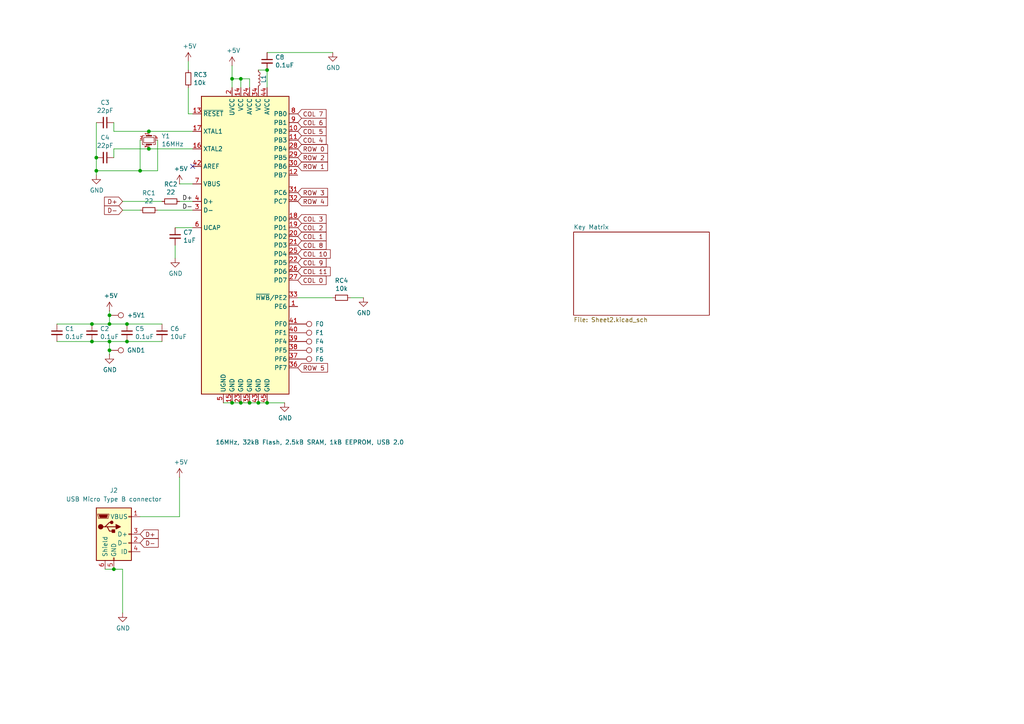
<source format=kicad_sch>
(kicad_sch
	(version 20231120)
	(generator "eeschema")
	(generator_version "8.0")
	(uuid "814de4e8-2574-4117-8760-e8678746d110")
	(paper "A4")
	(lib_symbols
		(symbol "Connector:TestPoint"
			(pin_numbers hide)
			(pin_names
				(offset 0.762) hide)
			(exclude_from_sim no)
			(in_bom yes)
			(on_board yes)
			(property "Reference" "TP"
				(at 0 6.858 0)
				(effects
					(font
						(size 1.27 1.27)
					)
				)
			)
			(property "Value" "TestPoint"
				(at 0 5.08 0)
				(effects
					(font
						(size 1.27 1.27)
					)
				)
			)
			(property "Footprint" ""
				(at 5.08 0 0)
				(effects
					(font
						(size 1.27 1.27)
					)
					(hide yes)
				)
			)
			(property "Datasheet" "~"
				(at 5.08 0 0)
				(effects
					(font
						(size 1.27 1.27)
					)
					(hide yes)
				)
			)
			(property "Description" "test point"
				(at 0 0 0)
				(effects
					(font
						(size 1.27 1.27)
					)
					(hide yes)
				)
			)
			(property "ki_keywords" "test point tp"
				(at 0 0 0)
				(effects
					(font
						(size 1.27 1.27)
					)
					(hide yes)
				)
			)
			(property "ki_fp_filters" "Pin* Test*"
				(at 0 0 0)
				(effects
					(font
						(size 1.27 1.27)
					)
					(hide yes)
				)
			)
			(symbol "TestPoint_0_1"
				(circle
					(center 0 3.302)
					(radius 0.762)
					(stroke
						(width 0)
						(type default)
					)
					(fill
						(type none)
					)
				)
			)
			(symbol "TestPoint_1_1"
				(pin passive line
					(at 0 0 90)
					(length 2.54)
					(name "1"
						(effects
							(font
								(size 1.27 1.27)
							)
						)
					)
					(number "1"
						(effects
							(font
								(size 1.27 1.27)
							)
						)
					)
				)
			)
		)
		(symbol "Connector:USB_B_Micro"
			(pin_names
				(offset 1.016)
			)
			(exclude_from_sim no)
			(in_bom yes)
			(on_board yes)
			(property "Reference" "J"
				(at -5.08 11.43 0)
				(effects
					(font
						(size 1.27 1.27)
					)
					(justify left)
				)
			)
			(property "Value" "USB_B_Micro"
				(at -5.08 8.89 0)
				(effects
					(font
						(size 1.27 1.27)
					)
					(justify left)
				)
			)
			(property "Footprint" ""
				(at 3.81 -1.27 0)
				(effects
					(font
						(size 1.27 1.27)
					)
					(hide yes)
				)
			)
			(property "Datasheet" "~"
				(at 3.81 -1.27 0)
				(effects
					(font
						(size 1.27 1.27)
					)
					(hide yes)
				)
			)
			(property "Description" "USB Micro Type B connector"
				(at 0 0 0)
				(effects
					(font
						(size 1.27 1.27)
					)
					(hide yes)
				)
			)
			(property "ki_keywords" "connector USB micro"
				(at 0 0 0)
				(effects
					(font
						(size 1.27 1.27)
					)
					(hide yes)
				)
			)
			(property "ki_fp_filters" "USB*"
				(at 0 0 0)
				(effects
					(font
						(size 1.27 1.27)
					)
					(hide yes)
				)
			)
			(symbol "USB_B_Micro_0_1"
				(rectangle
					(start -5.08 -7.62)
					(end 5.08 7.62)
					(stroke
						(width 0.254)
						(type default)
					)
					(fill
						(type background)
					)
				)
				(circle
					(center -3.81 2.159)
					(radius 0.635)
					(stroke
						(width 0.254)
						(type default)
					)
					(fill
						(type outline)
					)
				)
				(circle
					(center -0.635 3.429)
					(radius 0.381)
					(stroke
						(width 0.254)
						(type default)
					)
					(fill
						(type outline)
					)
				)
				(rectangle
					(start -0.127 -7.62)
					(end 0.127 -6.858)
					(stroke
						(width 0)
						(type default)
					)
					(fill
						(type none)
					)
				)
				(polyline
					(pts
						(xy -1.905 2.159) (xy 0.635 2.159)
					)
					(stroke
						(width 0.254)
						(type default)
					)
					(fill
						(type none)
					)
				)
				(polyline
					(pts
						(xy -3.175 2.159) (xy -2.54 2.159) (xy -1.27 3.429) (xy -0.635 3.429)
					)
					(stroke
						(width 0.254)
						(type default)
					)
					(fill
						(type none)
					)
				)
				(polyline
					(pts
						(xy -2.54 2.159) (xy -1.905 2.159) (xy -1.27 0.889) (xy 0 0.889)
					)
					(stroke
						(width 0.254)
						(type default)
					)
					(fill
						(type none)
					)
				)
				(polyline
					(pts
						(xy 0.635 2.794) (xy 0.635 1.524) (xy 1.905 2.159) (xy 0.635 2.794)
					)
					(stroke
						(width 0.254)
						(type default)
					)
					(fill
						(type outline)
					)
				)
				(polyline
					(pts
						(xy -4.318 5.588) (xy -1.778 5.588) (xy -2.032 4.826) (xy -4.064 4.826) (xy -4.318 5.588)
					)
					(stroke
						(width 0)
						(type default)
					)
					(fill
						(type outline)
					)
				)
				(polyline
					(pts
						(xy -4.699 5.842) (xy -4.699 5.588) (xy -4.445 4.826) (xy -4.445 4.572) (xy -1.651 4.572) (xy -1.651 4.826)
						(xy -1.397 5.588) (xy -1.397 5.842) (xy -4.699 5.842)
					)
					(stroke
						(width 0)
						(type default)
					)
					(fill
						(type none)
					)
				)
				(rectangle
					(start 0.254 1.27)
					(end -0.508 0.508)
					(stroke
						(width 0.254)
						(type default)
					)
					(fill
						(type outline)
					)
				)
				(rectangle
					(start 5.08 -5.207)
					(end 4.318 -4.953)
					(stroke
						(width 0)
						(type default)
					)
					(fill
						(type none)
					)
				)
				(rectangle
					(start 5.08 -2.667)
					(end 4.318 -2.413)
					(stroke
						(width 0)
						(type default)
					)
					(fill
						(type none)
					)
				)
				(rectangle
					(start 5.08 -0.127)
					(end 4.318 0.127)
					(stroke
						(width 0)
						(type default)
					)
					(fill
						(type none)
					)
				)
				(rectangle
					(start 5.08 4.953)
					(end 4.318 5.207)
					(stroke
						(width 0)
						(type default)
					)
					(fill
						(type none)
					)
				)
			)
			(symbol "USB_B_Micro_1_1"
				(pin power_out line
					(at 7.62 5.08 180)
					(length 2.54)
					(name "VBUS"
						(effects
							(font
								(size 1.27 1.27)
							)
						)
					)
					(number "1"
						(effects
							(font
								(size 1.27 1.27)
							)
						)
					)
				)
				(pin bidirectional line
					(at 7.62 -2.54 180)
					(length 2.54)
					(name "D-"
						(effects
							(font
								(size 1.27 1.27)
							)
						)
					)
					(number "2"
						(effects
							(font
								(size 1.27 1.27)
							)
						)
					)
				)
				(pin bidirectional line
					(at 7.62 0 180)
					(length 2.54)
					(name "D+"
						(effects
							(font
								(size 1.27 1.27)
							)
						)
					)
					(number "3"
						(effects
							(font
								(size 1.27 1.27)
							)
						)
					)
				)
				(pin passive line
					(at 7.62 -5.08 180)
					(length 2.54)
					(name "ID"
						(effects
							(font
								(size 1.27 1.27)
							)
						)
					)
					(number "4"
						(effects
							(font
								(size 1.27 1.27)
							)
						)
					)
				)
				(pin power_out line
					(at 0 -10.16 90)
					(length 2.54)
					(name "GND"
						(effects
							(font
								(size 1.27 1.27)
							)
						)
					)
					(number "5"
						(effects
							(font
								(size 1.27 1.27)
							)
						)
					)
				)
				(pin passive line
					(at -2.54 -10.16 90)
					(length 2.54)
					(name "Shield"
						(effects
							(font
								(size 1.27 1.27)
							)
						)
					)
					(number "6"
						(effects
							(font
								(size 1.27 1.27)
							)
						)
					)
				)
			)
		)
		(symbol "Device:C_Small"
			(pin_numbers hide)
			(pin_names
				(offset 0.254) hide)
			(exclude_from_sim no)
			(in_bom yes)
			(on_board yes)
			(property "Reference" "C"
				(at 0.254 1.778 0)
				(effects
					(font
						(size 1.27 1.27)
					)
					(justify left)
				)
			)
			(property "Value" "C_Small"
				(at 0.254 -2.032 0)
				(effects
					(font
						(size 1.27 1.27)
					)
					(justify left)
				)
			)
			(property "Footprint" ""
				(at 0 0 0)
				(effects
					(font
						(size 1.27 1.27)
					)
					(hide yes)
				)
			)
			(property "Datasheet" "~"
				(at 0 0 0)
				(effects
					(font
						(size 1.27 1.27)
					)
					(hide yes)
				)
			)
			(property "Description" "Unpolarized capacitor, small symbol"
				(at 0 0 0)
				(effects
					(font
						(size 1.27 1.27)
					)
					(hide yes)
				)
			)
			(property "ki_keywords" "capacitor cap"
				(at 0 0 0)
				(effects
					(font
						(size 1.27 1.27)
					)
					(hide yes)
				)
			)
			(property "ki_fp_filters" "C_*"
				(at 0 0 0)
				(effects
					(font
						(size 1.27 1.27)
					)
					(hide yes)
				)
			)
			(symbol "C_Small_0_1"
				(polyline
					(pts
						(xy -1.524 -0.508) (xy 1.524 -0.508)
					)
					(stroke
						(width 0.3302)
						(type default)
					)
					(fill
						(type none)
					)
				)
				(polyline
					(pts
						(xy -1.524 0.508) (xy 1.524 0.508)
					)
					(stroke
						(width 0.3048)
						(type default)
					)
					(fill
						(type none)
					)
				)
			)
			(symbol "C_Small_1_1"
				(pin passive line
					(at 0 2.54 270)
					(length 2.032)
					(name "~"
						(effects
							(font
								(size 1.27 1.27)
							)
						)
					)
					(number "1"
						(effects
							(font
								(size 1.27 1.27)
							)
						)
					)
				)
				(pin passive line
					(at 0 -2.54 90)
					(length 2.032)
					(name "~"
						(effects
							(font
								(size 1.27 1.27)
							)
						)
					)
					(number "2"
						(effects
							(font
								(size 1.27 1.27)
							)
						)
					)
				)
			)
		)
		(symbol "Device:Crystal_GND24_Small"
			(pin_names
				(offset 1.016) hide)
			(exclude_from_sim no)
			(in_bom yes)
			(on_board yes)
			(property "Reference" "Y"
				(at 1.27 4.445 0)
				(effects
					(font
						(size 1.27 1.27)
					)
					(justify left)
				)
			)
			(property "Value" "Crystal_GND24_Small"
				(at 1.27 2.54 0)
				(effects
					(font
						(size 1.27 1.27)
					)
					(justify left)
				)
			)
			(property "Footprint" ""
				(at 0 0 0)
				(effects
					(font
						(size 1.27 1.27)
					)
					(hide yes)
				)
			)
			(property "Datasheet" "~"
				(at 0 0 0)
				(effects
					(font
						(size 1.27 1.27)
					)
					(hide yes)
				)
			)
			(property "Description" "Four pin crystal, GND on pins 2 and 4, small symbol"
				(at 0 0 0)
				(effects
					(font
						(size 1.27 1.27)
					)
					(hide yes)
				)
			)
			(property "ki_keywords" "quartz ceramic resonator oscillator"
				(at 0 0 0)
				(effects
					(font
						(size 1.27 1.27)
					)
					(hide yes)
				)
			)
			(property "ki_fp_filters" "Crystal*"
				(at 0 0 0)
				(effects
					(font
						(size 1.27 1.27)
					)
					(hide yes)
				)
			)
			(symbol "Crystal_GND24_Small_0_1"
				(rectangle
					(start -0.762 -1.524)
					(end 0.762 1.524)
					(stroke
						(width 0)
						(type default)
					)
					(fill
						(type none)
					)
				)
				(polyline
					(pts
						(xy -1.27 -0.762) (xy -1.27 0.762)
					)
					(stroke
						(width 0.381)
						(type default)
					)
					(fill
						(type none)
					)
				)
				(polyline
					(pts
						(xy 1.27 -0.762) (xy 1.27 0.762)
					)
					(stroke
						(width 0.381)
						(type default)
					)
					(fill
						(type none)
					)
				)
				(polyline
					(pts
						(xy -1.27 -1.27) (xy -1.27 -1.905) (xy 1.27 -1.905) (xy 1.27 -1.27)
					)
					(stroke
						(width 0)
						(type default)
					)
					(fill
						(type none)
					)
				)
				(polyline
					(pts
						(xy -1.27 1.27) (xy -1.27 1.905) (xy 1.27 1.905) (xy 1.27 1.27)
					)
					(stroke
						(width 0)
						(type default)
					)
					(fill
						(type none)
					)
				)
			)
			(symbol "Crystal_GND24_Small_1_1"
				(pin passive line
					(at -2.54 0 0)
					(length 1.27)
					(name "1"
						(effects
							(font
								(size 1.27 1.27)
							)
						)
					)
					(number "1"
						(effects
							(font
								(size 0.762 0.762)
							)
						)
					)
				)
				(pin passive line
					(at 0 -2.54 90)
					(length 0.635)
					(name "2"
						(effects
							(font
								(size 1.27 1.27)
							)
						)
					)
					(number "2"
						(effects
							(font
								(size 0.762 0.762)
							)
						)
					)
				)
				(pin passive line
					(at 2.54 0 180)
					(length 1.27)
					(name "3"
						(effects
							(font
								(size 1.27 1.27)
							)
						)
					)
					(number "3"
						(effects
							(font
								(size 0.762 0.762)
							)
						)
					)
				)
				(pin passive line
					(at 0 2.54 270)
					(length 0.635)
					(name "4"
						(effects
							(font
								(size 1.27 1.27)
							)
						)
					)
					(number "4"
						(effects
							(font
								(size 0.762 0.762)
							)
						)
					)
				)
			)
		)
		(symbol "Device:L_Small"
			(pin_numbers hide)
			(pin_names
				(offset 0.254) hide)
			(exclude_from_sim no)
			(in_bom yes)
			(on_board yes)
			(property "Reference" "L"
				(at 0.762 1.016 0)
				(effects
					(font
						(size 1.27 1.27)
					)
					(justify left)
				)
			)
			(property "Value" "L_Small"
				(at 0.762 -1.016 0)
				(effects
					(font
						(size 1.27 1.27)
					)
					(justify left)
				)
			)
			(property "Footprint" ""
				(at 0 0 0)
				(effects
					(font
						(size 1.27 1.27)
					)
					(hide yes)
				)
			)
			(property "Datasheet" "~"
				(at 0 0 0)
				(effects
					(font
						(size 1.27 1.27)
					)
					(hide yes)
				)
			)
			(property "Description" "Inductor, small symbol"
				(at 0 0 0)
				(effects
					(font
						(size 1.27 1.27)
					)
					(hide yes)
				)
			)
			(property "ki_keywords" "inductor choke coil reactor magnetic"
				(at 0 0 0)
				(effects
					(font
						(size 1.27 1.27)
					)
					(hide yes)
				)
			)
			(property "ki_fp_filters" "Choke_* *Coil* Inductor_* L_*"
				(at 0 0 0)
				(effects
					(font
						(size 1.27 1.27)
					)
					(hide yes)
				)
			)
			(symbol "L_Small_0_1"
				(arc
					(start 0 -2.032)
					(mid 0.5058 -1.524)
					(end 0 -1.016)
					(stroke
						(width 0)
						(type default)
					)
					(fill
						(type none)
					)
				)
				(arc
					(start 0 -1.016)
					(mid 0.5058 -0.508)
					(end 0 0)
					(stroke
						(width 0)
						(type default)
					)
					(fill
						(type none)
					)
				)
				(arc
					(start 0 0)
					(mid 0.5058 0.508)
					(end 0 1.016)
					(stroke
						(width 0)
						(type default)
					)
					(fill
						(type none)
					)
				)
				(arc
					(start 0 1.016)
					(mid 0.5058 1.524)
					(end 0 2.032)
					(stroke
						(width 0)
						(type default)
					)
					(fill
						(type none)
					)
				)
			)
			(symbol "L_Small_1_1"
				(pin passive line
					(at 0 2.54 270)
					(length 0.508)
					(name "~"
						(effects
							(font
								(size 1.27 1.27)
							)
						)
					)
					(number "1"
						(effects
							(font
								(size 1.27 1.27)
							)
						)
					)
				)
				(pin passive line
					(at 0 -2.54 90)
					(length 0.508)
					(name "~"
						(effects
							(font
								(size 1.27 1.27)
							)
						)
					)
					(number "2"
						(effects
							(font
								(size 1.27 1.27)
							)
						)
					)
				)
			)
		)
		(symbol "Device:R_Small"
			(pin_numbers hide)
			(pin_names
				(offset 0.254) hide)
			(exclude_from_sim no)
			(in_bom yes)
			(on_board yes)
			(property "Reference" "R"
				(at 0.762 0.508 0)
				(effects
					(font
						(size 1.27 1.27)
					)
					(justify left)
				)
			)
			(property "Value" "R_Small"
				(at 0.762 -1.016 0)
				(effects
					(font
						(size 1.27 1.27)
					)
					(justify left)
				)
			)
			(property "Footprint" ""
				(at 0 0 0)
				(effects
					(font
						(size 1.27 1.27)
					)
					(hide yes)
				)
			)
			(property "Datasheet" "~"
				(at 0 0 0)
				(effects
					(font
						(size 1.27 1.27)
					)
					(hide yes)
				)
			)
			(property "Description" "Resistor, small symbol"
				(at 0 0 0)
				(effects
					(font
						(size 1.27 1.27)
					)
					(hide yes)
				)
			)
			(property "ki_keywords" "R resistor"
				(at 0 0 0)
				(effects
					(font
						(size 1.27 1.27)
					)
					(hide yes)
				)
			)
			(property "ki_fp_filters" "R_*"
				(at 0 0 0)
				(effects
					(font
						(size 1.27 1.27)
					)
					(hide yes)
				)
			)
			(symbol "R_Small_0_1"
				(rectangle
					(start -0.762 1.778)
					(end 0.762 -1.778)
					(stroke
						(width 0.2032)
						(type default)
					)
					(fill
						(type none)
					)
				)
			)
			(symbol "R_Small_1_1"
				(pin passive line
					(at 0 2.54 270)
					(length 0.762)
					(name "~"
						(effects
							(font
								(size 1.27 1.27)
							)
						)
					)
					(number "1"
						(effects
							(font
								(size 1.27 1.27)
							)
						)
					)
				)
				(pin passive line
					(at 0 -2.54 90)
					(length 0.762)
					(name "~"
						(effects
							(font
								(size 1.27 1.27)
							)
						)
					)
					(number "2"
						(effects
							(font
								(size 1.27 1.27)
							)
						)
					)
				)
			)
		)
		(symbol "MCU_Microchip_ATmega:ATmega32U4-M"
			(exclude_from_sim no)
			(in_bom yes)
			(on_board yes)
			(property "Reference" "U1"
				(at -14.732 -46.736 0)
				(effects
					(font
						(size 1.27 1.27)
					)
					(justify left)
					(hide yes)
				)
			)
			(property "Value" "ATmega32U4-M"
				(at -8.636 -57.15 0)
				(effects
					(font
						(size 1.27 1.27)
					)
					(justify left)
				)
			)
			(property "Footprint" "Package_DFN_QFN:QFN-44-1EP_7x7mm_P0.5mm_EP5.2x5.2mm"
				(at -70.104 56.388 0)
				(effects
					(font
						(size 1.27 1.27)
						(italic yes)
					)
					(hide yes)
				)
			)
			(property "Datasheet" "http://ww1.microchip.com/downloads/en/DeviceDoc/Atmel-7766-8-bit-AVR-ATmega16U4-32U4_Datasheet.pdf"
				(at -45.72 61.468 0)
				(effects
					(font
						(size 1.27 1.27)
					)
					(hide yes)
				)
			)
			(property "Description" "16MHz, 32kB Flash, 2.5kB SRAM, 1kB EEPROM, USB 2.0, QFN-44"
				(at -68.834 51.308 0)
				(effects
					(font
						(size 1.27 1.27)
					)
					(hide yes)
				)
			)
			(property "ki_keywords" "AVR 8bit Microcontroller MegaAVR USB"
				(at 0 0 0)
				(effects
					(font
						(size 1.27 1.27)
					)
					(hide yes)
				)
			)
			(property "ki_fp_filters" "QFN*1EP*7x7mm*P0.5mm*"
				(at 0 0 0)
				(effects
					(font
						(size 1.27 1.27)
					)
					(hide yes)
				)
			)
			(symbol "ATmega32U4-M_0_1"
				(rectangle
					(start -12.7 43.18)
					(end 12.7 -43.18)
					(stroke
						(width 0.254)
						(type default)
					)
					(fill
						(type background)
					)
				)
			)
			(symbol "ATmega32U4-M_1_1"
				(pin bidirectional line
					(at 15.24 -17.78 180)
					(length 2.54)
					(name "PE6"
						(effects
							(font
								(size 1.27 1.27)
							)
						)
					)
					(number "1"
						(effects
							(font
								(size 1.27 1.27)
							)
						)
					)
				)
				(pin bidirectional line
					(at 15.24 33.02 180)
					(length 2.54)
					(name "PB2"
						(effects
							(font
								(size 1.27 1.27)
							)
						)
					)
					(number "10"
						(effects
							(font
								(size 1.27 1.27)
							)
						)
					)
				)
				(pin bidirectional line
					(at 15.24 30.48 180)
					(length 2.54)
					(name "PB3"
						(effects
							(font
								(size 1.27 1.27)
							)
						)
					)
					(number "11"
						(effects
							(font
								(size 1.27 1.27)
							)
						)
					)
				)
				(pin bidirectional line
					(at 15.24 20.32 180)
					(length 2.54)
					(name "PB7"
						(effects
							(font
								(size 1.27 1.27)
							)
						)
					)
					(number "12"
						(effects
							(font
								(size 1.27 1.27)
							)
						)
					)
				)
				(pin input line
					(at -15.24 38.1 0)
					(length 2.54)
					(name "~{RESET}"
						(effects
							(font
								(size 1.27 1.27)
							)
						)
					)
					(number "13"
						(effects
							(font
								(size 1.27 1.27)
							)
						)
					)
				)
				(pin power_in line
					(at -1.27 45.72 270)
					(length 2.54)
					(name "VCC"
						(effects
							(font
								(size 1.27 1.27)
							)
						)
					)
					(number "14"
						(effects
							(font
								(size 1.27 1.27)
							)
						)
					)
				)
				(pin power_in line
					(at -3.81 -45.72 90)
					(length 2.54)
					(name "GND"
						(effects
							(font
								(size 1.27 1.27)
							)
						)
					)
					(number "15"
						(effects
							(font
								(size 1.27 1.27)
							)
						)
					)
				)
				(pin output line
					(at -15.24 27.94 0)
					(length 2.54)
					(name "XTAL2"
						(effects
							(font
								(size 1.27 1.27)
							)
						)
					)
					(number "16"
						(effects
							(font
								(size 1.27 1.27)
							)
						)
					)
				)
				(pin input line
					(at -15.24 33.02 0)
					(length 2.54)
					(name "XTAL1"
						(effects
							(font
								(size 1.27 1.27)
							)
						)
					)
					(number "17"
						(effects
							(font
								(size 1.27 1.27)
							)
						)
					)
				)
				(pin bidirectional line
					(at 15.24 7.62 180)
					(length 2.54)
					(name "PD0"
						(effects
							(font
								(size 1.27 1.27)
							)
						)
					)
					(number "18"
						(effects
							(font
								(size 1.27 1.27)
							)
						)
					)
				)
				(pin bidirectional line
					(at 15.24 5.08 180)
					(length 2.54)
					(name "PD1"
						(effects
							(font
								(size 1.27 1.27)
							)
						)
					)
					(number "19"
						(effects
							(font
								(size 1.27 1.27)
							)
						)
					)
				)
				(pin power_in line
					(at -3.81 45.72 270)
					(length 2.54)
					(name "UVCC"
						(effects
							(font
								(size 1.27 1.27)
							)
						)
					)
					(number "2"
						(effects
							(font
								(size 1.27 1.27)
							)
						)
					)
				)
				(pin bidirectional line
					(at 15.24 2.54 180)
					(length 2.54)
					(name "PD2"
						(effects
							(font
								(size 1.27 1.27)
							)
						)
					)
					(number "20"
						(effects
							(font
								(size 1.27 1.27)
							)
						)
					)
				)
				(pin bidirectional line
					(at 15.24 0 180)
					(length 2.54)
					(name "PD3"
						(effects
							(font
								(size 1.27 1.27)
							)
						)
					)
					(number "21"
						(effects
							(font
								(size 1.27 1.27)
							)
						)
					)
				)
				(pin bidirectional line
					(at 15.24 -5.08 180)
					(length 2.54)
					(name "PD5"
						(effects
							(font
								(size 1.27 1.27)
							)
						)
					)
					(number "22"
						(effects
							(font
								(size 1.27 1.27)
							)
						)
					)
				)
				(pin passive line
					(at -1.27 -45.72 90)
					(length 2.54)
					(name "GND"
						(effects
							(font
								(size 1.27 1.27)
							)
						)
					)
					(number "23"
						(effects
							(font
								(size 1.27 1.27)
							)
						)
					)
				)
				(pin power_in line
					(at 1.27 45.72 270)
					(length 2.54)
					(name "AVCC"
						(effects
							(font
								(size 1.27 1.27)
							)
						)
					)
					(number "24"
						(effects
							(font
								(size 1.27 1.27)
							)
						)
					)
				)
				(pin bidirectional line
					(at 15.24 -2.54 180)
					(length 2.54)
					(name "PD4"
						(effects
							(font
								(size 1.27 1.27)
							)
						)
					)
					(number "25"
						(effects
							(font
								(size 1.27 1.27)
							)
						)
					)
				)
				(pin bidirectional line
					(at 15.24 -7.62 180)
					(length 2.54)
					(name "PD6"
						(effects
							(font
								(size 1.27 1.27)
							)
						)
					)
					(number "26"
						(effects
							(font
								(size 1.27 1.27)
							)
						)
					)
				)
				(pin bidirectional line
					(at 15.24 -10.16 180)
					(length 2.54)
					(name "PD7"
						(effects
							(font
								(size 1.27 1.27)
							)
						)
					)
					(number "27"
						(effects
							(font
								(size 1.27 1.27)
							)
						)
					)
				)
				(pin bidirectional line
					(at 15.24 27.94 180)
					(length 2.54)
					(name "PB4"
						(effects
							(font
								(size 1.27 1.27)
							)
						)
					)
					(number "28"
						(effects
							(font
								(size 1.27 1.27)
							)
						)
					)
				)
				(pin bidirectional line
					(at 15.24 25.4 180)
					(length 2.54)
					(name "PB5"
						(effects
							(font
								(size 1.27 1.27)
							)
						)
					)
					(number "29"
						(effects
							(font
								(size 1.27 1.27)
							)
						)
					)
				)
				(pin bidirectional line
					(at -15.24 10.16 0)
					(length 2.54)
					(name "D-"
						(effects
							(font
								(size 1.27 1.27)
							)
						)
					)
					(number "3"
						(effects
							(font
								(size 1.27 1.27)
							)
						)
					)
				)
				(pin bidirectional line
					(at 15.24 22.86 180)
					(length 2.54)
					(name "PB6"
						(effects
							(font
								(size 1.27 1.27)
							)
						)
					)
					(number "30"
						(effects
							(font
								(size 1.27 1.27)
							)
						)
					)
				)
				(pin bidirectional line
					(at 15.24 15.24 180)
					(length 2.54)
					(name "PC6"
						(effects
							(font
								(size 1.27 1.27)
							)
						)
					)
					(number "31"
						(effects
							(font
								(size 1.27 1.27)
							)
						)
					)
				)
				(pin bidirectional line
					(at 15.24 12.7 180)
					(length 2.54)
					(name "PC7"
						(effects
							(font
								(size 1.27 1.27)
							)
						)
					)
					(number "32"
						(effects
							(font
								(size 1.27 1.27)
							)
						)
					)
				)
				(pin bidirectional line
					(at 15.24 -15.24 180)
					(length 2.54)
					(name "~{HWB}/PE2"
						(effects
							(font
								(size 1.27 1.27)
							)
						)
					)
					(number "33"
						(effects
							(font
								(size 1.27 1.27)
							)
						)
					)
				)
				(pin power_in line
					(at 3.81 45.72 270)
					(length 2.54)
					(name "VCC"
						(effects
							(font
								(size 1.27 1.27)
							)
						)
					)
					(number "34"
						(effects
							(font
								(size 1.27 1.27)
							)
						)
					)
				)
				(pin passive line
					(at 1.27 -45.72 90)
					(length 2.54)
					(name "GND"
						(effects
							(font
								(size 1.27 1.27)
							)
						)
					)
					(number "35"
						(effects
							(font
								(size 1.27 1.27)
							)
						)
					)
				)
				(pin bidirectional line
					(at 15.24 -35.56 180)
					(length 2.54)
					(name "PF7"
						(effects
							(font
								(size 1.27 1.27)
							)
						)
					)
					(number "36"
						(effects
							(font
								(size 1.27 1.27)
							)
						)
					)
				)
				(pin bidirectional line
					(at 15.24 -33.02 180)
					(length 2.54)
					(name "PF6"
						(effects
							(font
								(size 1.27 1.27)
							)
						)
					)
					(number "37"
						(effects
							(font
								(size 1.27 1.27)
							)
						)
					)
				)
				(pin bidirectional line
					(at 15.24 -30.48 180)
					(length 2.54)
					(name "PF5"
						(effects
							(font
								(size 1.27 1.27)
							)
						)
					)
					(number "38"
						(effects
							(font
								(size 1.27 1.27)
							)
						)
					)
				)
				(pin bidirectional line
					(at 15.24 -27.94 180)
					(length 2.54)
					(name "PF4"
						(effects
							(font
								(size 1.27 1.27)
							)
						)
					)
					(number "39"
						(effects
							(font
								(size 1.27 1.27)
							)
						)
					)
				)
				(pin bidirectional line
					(at -15.24 12.7 0)
					(length 2.54)
					(name "D+"
						(effects
							(font
								(size 1.27 1.27)
							)
						)
					)
					(number "4"
						(effects
							(font
								(size 1.27 1.27)
							)
						)
					)
				)
				(pin bidirectional line
					(at 15.24 -25.4 180)
					(length 2.54)
					(name "PF1"
						(effects
							(font
								(size 1.27 1.27)
							)
						)
					)
					(number "40"
						(effects
							(font
								(size 1.27 1.27)
							)
						)
					)
				)
				(pin bidirectional line
					(at 15.24 -22.86 180)
					(length 2.54)
					(name "PF0"
						(effects
							(font
								(size 1.27 1.27)
							)
						)
					)
					(number "41"
						(effects
							(font
								(size 1.27 1.27)
							)
						)
					)
				)
				(pin passive line
					(at -15.24 22.86 0)
					(length 2.54)
					(name "AREF"
						(effects
							(font
								(size 1.27 1.27)
							)
						)
					)
					(number "42"
						(effects
							(font
								(size 1.27 1.27)
							)
						)
					)
				)
				(pin passive line
					(at 3.81 -45.72 90)
					(length 2.54)
					(name "GND"
						(effects
							(font
								(size 1.27 1.27)
							)
						)
					)
					(number "43"
						(effects
							(font
								(size 1.27 1.27)
							)
						)
					)
				)
				(pin power_in line
					(at 6.35 45.72 270)
					(length 2.54)
					(name "AVCC"
						(effects
							(font
								(size 1.27 1.27)
							)
						)
					)
					(number "44"
						(effects
							(font
								(size 1.27 1.27)
							)
						)
					)
				)
				(pin passive line
					(at 6.35 -45.72 90)
					(length 2.54)
					(name "GND"
						(effects
							(font
								(size 1.27 1.27)
							)
						)
					)
					(number "45"
						(effects
							(font
								(size 1.27 1.27)
							)
						)
					)
				)
				(pin passive line
					(at -6.35 -45.72 90)
					(length 2.54)
					(name "UGND"
						(effects
							(font
								(size 1.27 1.27)
							)
						)
					)
					(number "5"
						(effects
							(font
								(size 1.27 1.27)
							)
						)
					)
				)
				(pin passive line
					(at -15.24 5.08 0)
					(length 2.54)
					(name "UCAP"
						(effects
							(font
								(size 1.27 1.27)
							)
						)
					)
					(number "6"
						(effects
							(font
								(size 1.27 1.27)
							)
						)
					)
				)
				(pin input line
					(at -15.24 17.78 0)
					(length 2.54)
					(name "VBUS"
						(effects
							(font
								(size 1.27 1.27)
							)
						)
					)
					(number "7"
						(effects
							(font
								(size 1.27 1.27)
							)
						)
					)
				)
				(pin bidirectional line
					(at 15.24 38.1 180)
					(length 2.54)
					(name "PB0"
						(effects
							(font
								(size 1.27 1.27)
							)
						)
					)
					(number "8"
						(effects
							(font
								(size 1.27 1.27)
							)
						)
					)
				)
				(pin bidirectional line
					(at 15.24 35.56 180)
					(length 2.54)
					(name "PB1"
						(effects
							(font
								(size 1.27 1.27)
							)
						)
					)
					(number "9"
						(effects
							(font
								(size 1.27 1.27)
							)
						)
					)
				)
			)
		)
		(symbol "power:+5V"
			(power)
			(pin_numbers hide)
			(pin_names
				(offset 0) hide)
			(exclude_from_sim no)
			(in_bom yes)
			(on_board yes)
			(property "Reference" "#PWR"
				(at 0 -3.81 0)
				(effects
					(font
						(size 1.27 1.27)
					)
					(hide yes)
				)
			)
			(property "Value" "+5V"
				(at 0 3.556 0)
				(effects
					(font
						(size 1.27 1.27)
					)
				)
			)
			(property "Footprint" ""
				(at 0 0 0)
				(effects
					(font
						(size 1.27 1.27)
					)
					(hide yes)
				)
			)
			(property "Datasheet" ""
				(at 0 0 0)
				(effects
					(font
						(size 1.27 1.27)
					)
					(hide yes)
				)
			)
			(property "Description" "Power symbol creates a global label with name \"+5V\""
				(at 0 0 0)
				(effects
					(font
						(size 1.27 1.27)
					)
					(hide yes)
				)
			)
			(property "ki_keywords" "global power"
				(at 0 0 0)
				(effects
					(font
						(size 1.27 1.27)
					)
					(hide yes)
				)
			)
			(symbol "+5V_0_1"
				(polyline
					(pts
						(xy -0.762 1.27) (xy 0 2.54)
					)
					(stroke
						(width 0)
						(type default)
					)
					(fill
						(type none)
					)
				)
				(polyline
					(pts
						(xy 0 0) (xy 0 2.54)
					)
					(stroke
						(width 0)
						(type default)
					)
					(fill
						(type none)
					)
				)
				(polyline
					(pts
						(xy 0 2.54) (xy 0.762 1.27)
					)
					(stroke
						(width 0)
						(type default)
					)
					(fill
						(type none)
					)
				)
			)
			(symbol "+5V_1_1"
				(pin power_in line
					(at 0 0 90)
					(length 0)
					(name "~"
						(effects
							(font
								(size 1.27 1.27)
							)
						)
					)
					(number "1"
						(effects
							(font
								(size 1.27 1.27)
							)
						)
					)
				)
			)
		)
		(symbol "power:GND"
			(power)
			(pin_numbers hide)
			(pin_names
				(offset 0) hide)
			(exclude_from_sim no)
			(in_bom yes)
			(on_board yes)
			(property "Reference" "#PWR"
				(at 0 -6.35 0)
				(effects
					(font
						(size 1.27 1.27)
					)
					(hide yes)
				)
			)
			(property "Value" "GND"
				(at 0 -3.81 0)
				(effects
					(font
						(size 1.27 1.27)
					)
				)
			)
			(property "Footprint" ""
				(at 0 0 0)
				(effects
					(font
						(size 1.27 1.27)
					)
					(hide yes)
				)
			)
			(property "Datasheet" ""
				(at 0 0 0)
				(effects
					(font
						(size 1.27 1.27)
					)
					(hide yes)
				)
			)
			(property "Description" "Power symbol creates a global label with name \"GND\" , ground"
				(at 0 0 0)
				(effects
					(font
						(size 1.27 1.27)
					)
					(hide yes)
				)
			)
			(property "ki_keywords" "global power"
				(at 0 0 0)
				(effects
					(font
						(size 1.27 1.27)
					)
					(hide yes)
				)
			)
			(symbol "GND_0_1"
				(polyline
					(pts
						(xy 0 0) (xy 0 -1.27) (xy 1.27 -1.27) (xy 0 -2.54) (xy -1.27 -1.27) (xy 0 -1.27)
					)
					(stroke
						(width 0)
						(type default)
					)
					(fill
						(type none)
					)
				)
			)
			(symbol "GND_1_1"
				(pin power_in line
					(at 0 0 270)
					(length 0)
					(name "~"
						(effects
							(font
								(size 1.27 1.27)
							)
						)
					)
					(number "1"
						(effects
							(font
								(size 1.27 1.27)
							)
						)
					)
				)
			)
		)
	)
	(junction
		(at 27.94 49.53)
		(diameter 0)
		(color 0 0 0 0)
		(uuid "20a0742f-5be7-4b6e-812f-a6d50ad4df7a")
	)
	(junction
		(at 77.47 116.84)
		(diameter 0)
		(color 0 0 0 0)
		(uuid "28b16d4e-996f-4083-ba2b-47bc3cacf5fb")
	)
	(junction
		(at 26.67 99.06)
		(diameter 0)
		(color 0 0 0 0)
		(uuid "4ecdf075-bd18-47ea-8af3-d5be405026fa")
	)
	(junction
		(at 74.93 116.84)
		(diameter 0)
		(color 0 0 0 0)
		(uuid "54369e07-80a9-4103-99e9-2d816b54e20e")
	)
	(junction
		(at 31.75 101.6)
		(diameter 0)
		(color 0 0 0 0)
		(uuid "637c08e6-0515-4d1c-866b-93323bf97b0d")
	)
	(junction
		(at 31.75 99.06)
		(diameter 0)
		(color 0 0 0 0)
		(uuid "67818935-bc47-482d-9474-6c51a4406e2e")
	)
	(junction
		(at 43.18 43.18)
		(diameter 0)
		(color 0 0 0 0)
		(uuid "67fd6a7a-7c2d-4c4f-a635-9377f87e8f4f")
	)
	(junction
		(at 67.31 116.84)
		(diameter 0)
		(color 0 0 0 0)
		(uuid "6d00ba29-4a03-41b0-b0db-7ae9e4dee26f")
	)
	(junction
		(at 31.75 91.44)
		(diameter 0)
		(color 0 0 0 0)
		(uuid "8a427783-4cb6-4abd-95d8-8554b1106e8d")
	)
	(junction
		(at 67.31 22.86)
		(diameter 0)
		(color 0 0 0 0)
		(uuid "900ba7f1-99e7-4eb6-b767-d9da15f1497d")
	)
	(junction
		(at 72.39 116.84)
		(diameter 0)
		(color 0 0 0 0)
		(uuid "91054573-b82c-4e07-93a3-3c5a54a1b093")
	)
	(junction
		(at 36.83 99.06)
		(diameter 0)
		(color 0 0 0 0)
		(uuid "99b85ae0-ae89-4b30-a786-6ed51bb038d2")
	)
	(junction
		(at 33.02 165.1)
		(diameter 0)
		(color 0 0 0 0)
		(uuid "9e23895e-f7d0-4874-b2cc-57ee27ca4a18")
	)
	(junction
		(at 31.75 93.98)
		(diameter 0)
		(color 0 0 0 0)
		(uuid "afe7e682-2311-4730-93ca-43809c77af78")
	)
	(junction
		(at 43.18 38.1)
		(diameter 0)
		(color 0 0 0 0)
		(uuid "c72ee872-252d-45aa-81ac-eba45b2db3f6")
	)
	(junction
		(at 26.67 93.98)
		(diameter 0)
		(color 0 0 0 0)
		(uuid "cee74c9b-d142-4eaa-8966-7f06bb617854")
	)
	(junction
		(at 69.85 22.86)
		(diameter 0)
		(color 0 0 0 0)
		(uuid "cf23060a-6a66-4c7d-a00c-13f01560bb52")
	)
	(junction
		(at 77.47 20.32)
		(diameter 0)
		(color 0 0 0 0)
		(uuid "d0347456-246a-4e81-869c-b0dcbe7c6ae7")
	)
	(junction
		(at 27.94 45.72)
		(diameter 0)
		(color 0 0 0 0)
		(uuid "ee12f46b-19e1-445f-ae47-574269c86c4f")
	)
	(junction
		(at 69.85 116.84)
		(diameter 0)
		(color 0 0 0 0)
		(uuid "f1065545-7347-41e6-9b9b-625deeb73a7f")
	)
	(junction
		(at 36.83 93.98)
		(diameter 0)
		(color 0 0 0 0)
		(uuid "fbf5c781-8f0f-4e66-8cdc-77de14a13157")
	)
	(junction
		(at 40.64 49.53)
		(diameter 0)
		(color 0 0 0 0)
		(uuid "fdb24cc2-9e2f-4b6c-a649-5bbb20468c5d")
	)
	(no_connect
		(at 55.88 48.26)
		(uuid "0124861a-6154-4290-b566-7e1024aeab4a")
	)
	(wire
		(pts
			(xy 31.75 90.17) (xy 31.75 91.44)
		)
		(stroke
			(width 0)
			(type default)
		)
		(uuid "001c9d02-fbc5-4fed-a335-f819d7e62b53")
	)
	(wire
		(pts
			(xy 43.18 43.18) (xy 55.88 43.18)
		)
		(stroke
			(width 0)
			(type default)
		)
		(uuid "00b8e051-14b6-4574-b33a-c227b09a11b7")
	)
	(wire
		(pts
			(xy 35.56 60.96) (xy 40.64 60.96)
		)
		(stroke
			(width 0)
			(type default)
		)
		(uuid "0a23b971-566d-482e-9d22-a2b6da3e1846")
	)
	(wire
		(pts
			(xy 36.83 93.98) (xy 46.99 93.98)
		)
		(stroke
			(width 0)
			(type default)
		)
		(uuid "0b35b05c-0f63-48dc-b85c-cd342c70a83f")
	)
	(wire
		(pts
			(xy 54.61 25.4) (xy 54.61 33.02)
		)
		(stroke
			(width 0)
			(type default)
		)
		(uuid "0c76ff59-92af-43aa-a8bf-e89620255323")
	)
	(wire
		(pts
			(xy 67.31 19.05) (xy 67.31 22.86)
		)
		(stroke
			(width 0)
			(type default)
		)
		(uuid "0cacf85a-05ad-43de-a320-6aaf05824932")
	)
	(wire
		(pts
			(xy 30.48 165.1) (xy 33.02 165.1)
		)
		(stroke
			(width 0)
			(type default)
		)
		(uuid "0d065fe6-b3f8-4994-b9f5-c7ee339bf063")
	)
	(wire
		(pts
			(xy 31.75 101.6) (xy 31.75 99.06)
		)
		(stroke
			(width 0)
			(type default)
		)
		(uuid "0ec14474-baca-4a3e-958a-d11d6d4dcd72")
	)
	(wire
		(pts
			(xy 67.31 22.86) (xy 67.31 25.4)
		)
		(stroke
			(width 0)
			(type default)
		)
		(uuid "1567c5e1-2128-4b63-95f5-3e9546d0c36e")
	)
	(wire
		(pts
			(xy 43.18 38.1) (xy 55.88 38.1)
		)
		(stroke
			(width 0)
			(type default)
		)
		(uuid "1d1ee441-ef17-486a-87bd-a1f3d92a0aac")
	)
	(wire
		(pts
			(xy 27.94 50.8) (xy 27.94 49.53)
		)
		(stroke
			(width 0)
			(type default)
		)
		(uuid "1d59d7de-7079-452a-a1ea-55a0a2ec4148")
	)
	(wire
		(pts
			(xy 33.02 38.1) (xy 43.18 38.1)
		)
		(stroke
			(width 0)
			(type default)
		)
		(uuid "217e1b34-25f2-4a4f-9f48-802d3903221a")
	)
	(wire
		(pts
			(xy 77.47 25.4) (xy 77.47 20.32)
		)
		(stroke
			(width 0)
			(type default)
		)
		(uuid "27437bb2-2b55-40dd-b625-a38dae26e28b")
	)
	(wire
		(pts
			(xy 54.61 33.02) (xy 55.88 33.02)
		)
		(stroke
			(width 0)
			(type default)
		)
		(uuid "2c64ebba-0ea6-4b23-a439-792fd02eb016")
	)
	(wire
		(pts
			(xy 40.64 49.53) (xy 27.94 49.53)
		)
		(stroke
			(width 0)
			(type default)
		)
		(uuid "35e94299-10f4-439f-848f-4d2208d74a92")
	)
	(wire
		(pts
			(xy 36.83 99.06) (xy 46.99 99.06)
		)
		(stroke
			(width 0)
			(type default)
		)
		(uuid "47e8ac1f-2a69-4f06-b73f-13a790b3dee9")
	)
	(wire
		(pts
			(xy 35.56 165.1) (xy 35.56 177.8)
		)
		(stroke
			(width 0)
			(type default)
		)
		(uuid "4dd103e3-8200-44ec-87f6-8640f19585ec")
	)
	(wire
		(pts
			(xy 67.31 22.86) (xy 69.85 22.86)
		)
		(stroke
			(width 0)
			(type default)
		)
		(uuid "50fe71e0-51df-41ab-a76d-2e2385203222")
	)
	(wire
		(pts
			(xy 33.02 43.18) (xy 33.02 45.72)
		)
		(stroke
			(width 0)
			(type default)
		)
		(uuid "542e3d58-82e8-4e2b-9123-f24d3e1e38f0")
	)
	(wire
		(pts
			(xy 69.85 22.86) (xy 69.85 25.4)
		)
		(stroke
			(width 0)
			(type default)
		)
		(uuid "55dd6dfa-5164-4be5-8f72-3af1f7a3d4d6")
	)
	(wire
		(pts
			(xy 72.39 22.86) (xy 72.39 25.4)
		)
		(stroke
			(width 0)
			(type default)
		)
		(uuid "5a3646e2-245c-4eed-925d-d816291053ea")
	)
	(wire
		(pts
			(xy 96.52 86.36) (xy 86.36 86.36)
		)
		(stroke
			(width 0)
			(type default)
		)
		(uuid "64dc3b15-c2ee-40a2-8711-b2cf9f9d7d84")
	)
	(wire
		(pts
			(xy 69.85 116.84) (xy 72.39 116.84)
		)
		(stroke
			(width 0)
			(type default)
		)
		(uuid "6613deec-83b0-4c78-b8db-7a65af90c46a")
	)
	(wire
		(pts
			(xy 31.75 99.06) (xy 36.83 99.06)
		)
		(stroke
			(width 0)
			(type default)
		)
		(uuid "6f90d5e3-ee23-4dd3-a388-662f61e827af")
	)
	(wire
		(pts
			(xy 74.93 116.84) (xy 77.47 116.84)
		)
		(stroke
			(width 0)
			(type default)
		)
		(uuid "7919ad6e-e47e-40ea-9472-df0256c0c18c")
	)
	(wire
		(pts
			(xy 31.75 102.87) (xy 31.75 101.6)
		)
		(stroke
			(width 0)
			(type default)
		)
		(uuid "79264ed7-7a2e-438a-9311-78a37b72d1fd")
	)
	(wire
		(pts
			(xy 35.56 58.42) (xy 46.99 58.42)
		)
		(stroke
			(width 0)
			(type default)
		)
		(uuid "8377bb9e-5325-4de6-ae13-d50a4f140673")
	)
	(wire
		(pts
			(xy 77.47 116.84) (xy 82.55 116.84)
		)
		(stroke
			(width 0)
			(type default)
		)
		(uuid "8eaa614f-0046-40d7-ac29-75c43b6f19b9")
	)
	(wire
		(pts
			(xy 64.77 116.84) (xy 67.31 116.84)
		)
		(stroke
			(width 0)
			(type default)
		)
		(uuid "99de5708-55fb-4566-89cc-5e1c509d0969")
	)
	(wire
		(pts
			(xy 40.64 49.53) (xy 45.72 49.53)
		)
		(stroke
			(width 0)
			(type default)
		)
		(uuid "a340eb4a-44a2-4fe9-9713-e220bf1aa178")
	)
	(wire
		(pts
			(xy 77.47 20.32) (xy 74.93 20.32)
		)
		(stroke
			(width 0)
			(type default)
		)
		(uuid "a569c6b5-6141-40bc-bc40-37957c32937b")
	)
	(wire
		(pts
			(xy 27.94 45.72) (xy 27.94 49.53)
		)
		(stroke
			(width 0)
			(type default)
		)
		(uuid "a65221c8-d404-47d4-aca4-de12a0a3035c")
	)
	(wire
		(pts
			(xy 52.07 138.43) (xy 52.07 149.86)
		)
		(stroke
			(width 0)
			(type default)
		)
		(uuid "a9c978fd-38ec-4f5f-9fcb-a39b05806e8a")
	)
	(wire
		(pts
			(xy 50.8 74.93) (xy 50.8 71.12)
		)
		(stroke
			(width 0)
			(type default)
		)
		(uuid "aa6eb1ff-e99b-49bf-be14-c807f095807a")
	)
	(wire
		(pts
			(xy 55.88 66.04) (xy 50.8 66.04)
		)
		(stroke
			(width 0)
			(type default)
		)
		(uuid "ae0a131e-100b-4c00-a186-f1f89e6f569e")
	)
	(wire
		(pts
			(xy 67.31 116.84) (xy 69.85 116.84)
		)
		(stroke
			(width 0)
			(type default)
		)
		(uuid "b2bcd176-3e4e-4b45-9e0d-682b9136a224")
	)
	(wire
		(pts
			(xy 31.75 93.98) (xy 36.83 93.98)
		)
		(stroke
			(width 0)
			(type default)
		)
		(uuid "b9c9a778-4d78-4923-af7d-e28ecc31fe57")
	)
	(wire
		(pts
			(xy 101.6 86.36) (xy 105.41 86.36)
		)
		(stroke
			(width 0)
			(type default)
		)
		(uuid "bae5fa46-d463-4968-991f-6e780e809b73")
	)
	(wire
		(pts
			(xy 16.51 93.98) (xy 26.67 93.98)
		)
		(stroke
			(width 0)
			(type default)
		)
		(uuid "bb6006b5-b1f3-4a63-81fa-bf74c8e61ec6")
	)
	(wire
		(pts
			(xy 52.07 53.34) (xy 55.88 53.34)
		)
		(stroke
			(width 0)
			(type default)
		)
		(uuid "c083928a-369e-4494-9877-4d10abf28fe1")
	)
	(wire
		(pts
			(xy 33.02 165.1) (xy 35.56 165.1)
		)
		(stroke
			(width 0)
			(type default)
		)
		(uuid "c7a1e0db-124b-4f3e-97ba-24e3fa795aaf")
	)
	(wire
		(pts
			(xy 77.47 15.24) (xy 96.52 15.24)
		)
		(stroke
			(width 0)
			(type default)
		)
		(uuid "ca8db107-23c6-45aa-b2c9-af4e88512b29")
	)
	(wire
		(pts
			(xy 26.67 99.06) (xy 31.75 99.06)
		)
		(stroke
			(width 0)
			(type default)
		)
		(uuid "cb00a312-66e2-4b07-af33-3145e64810f4")
	)
	(wire
		(pts
			(xy 27.94 35.56) (xy 27.94 45.72)
		)
		(stroke
			(width 0)
			(type default)
		)
		(uuid "cbeda049-e3e7-43d2-b412-c61bdd1db541")
	)
	(wire
		(pts
			(xy 33.02 35.56) (xy 33.02 38.1)
		)
		(stroke
			(width 0)
			(type default)
		)
		(uuid "cf1b5c63-b666-4d1e-b850-c2e98b309d58")
	)
	(wire
		(pts
			(xy 54.61 17.78) (xy 54.61 20.32)
		)
		(stroke
			(width 0)
			(type default)
		)
		(uuid "d10e8278-da3e-4e5c-b760-c56e4f74d43f")
	)
	(wire
		(pts
			(xy 72.39 116.84) (xy 74.93 116.84)
		)
		(stroke
			(width 0)
			(type default)
		)
		(uuid "d1933431-a4a1-41b7-b1fa-fd04cd358a3c")
	)
	(wire
		(pts
			(xy 31.75 91.44) (xy 31.75 93.98)
		)
		(stroke
			(width 0)
			(type default)
		)
		(uuid "d1c44c18-97d5-48ae-80ed-5eb21b68efb8")
	)
	(wire
		(pts
			(xy 16.51 99.06) (xy 26.67 99.06)
		)
		(stroke
			(width 0)
			(type default)
		)
		(uuid "d4bee1a2-c0ef-4fc6-a4a3-e98455b67e14")
	)
	(wire
		(pts
			(xy 40.64 149.86) (xy 52.07 149.86)
		)
		(stroke
			(width 0)
			(type default)
		)
		(uuid "db1ffddb-001e-4e05-bb07-2a4781565eba")
	)
	(wire
		(pts
			(xy 69.85 22.86) (xy 72.39 22.86)
		)
		(stroke
			(width 0)
			(type default)
		)
		(uuid "e4e7ec5a-bacf-4daa-9120-d48455c435f0")
	)
	(wire
		(pts
			(xy 33.02 43.18) (xy 43.18 43.18)
		)
		(stroke
			(width 0)
			(type default)
		)
		(uuid "ea0579d0-f958-4153-8369-f1cf53f62272")
	)
	(wire
		(pts
			(xy 55.88 60.96) (xy 45.72 60.96)
		)
		(stroke
			(width 0)
			(type default)
		)
		(uuid "eba66b5b-ece4-42ed-9da6-61d979c1d30e")
	)
	(wire
		(pts
			(xy 40.64 40.64) (xy 40.64 49.53)
		)
		(stroke
			(width 0)
			(type default)
		)
		(uuid "ec817b67-98f7-4ca8-bd32-2f0e1faa357b")
	)
	(wire
		(pts
			(xy 45.72 49.53) (xy 45.72 40.64)
		)
		(stroke
			(width 0)
			(type default)
		)
		(uuid "f3f5f383-e694-4a88-9cee-081ffc237559")
	)
	(wire
		(pts
			(xy 26.67 93.98) (xy 31.75 93.98)
		)
		(stroke
			(width 0)
			(type default)
		)
		(uuid "f7061a48-193b-492b-98b9-e9902991b871")
	)
	(wire
		(pts
			(xy 52.07 58.42) (xy 55.88 58.42)
		)
		(stroke
			(width 0)
			(type default)
		)
		(uuid "fdfd1d30-8748-475b-8e3f-c554c7a31109")
	)
	(label "D+"
		(at 55.88 58.42 180)
		(effects
			(font
				(size 1.27 1.27)
			)
			(justify right bottom)
		)
		(uuid "7886171a-1983-4ed0-859f-6c2d0fb51b41")
	)
	(label "D-"
		(at 55.88 60.96 180)
		(effects
			(font
				(size 1.27 1.27)
			)
			(justify right bottom)
		)
		(uuid "d066d9ea-fe09-43cb-9789-6b660936e3a8")
	)
	(global_label "COL 3"
		(shape input)
		(at 86.36 63.5 0)
		(effects
			(font
				(size 1.27 1.27)
			)
			(justify left)
		)
		(uuid "0c58e4a5-15c2-4276-add5-fb388484a2e7")
		(property "Intersheetrefs" "${INTERSHEET_REFS}"
			(at 86.36 63.5 0)
			(effects
				(font
					(size 1.27 1.27)
				)
				(hide yes)
			)
		)
	)
	(global_label "ROW 4"
		(shape input)
		(at 86.36 58.42 0)
		(effects
			(font
				(size 1.27 1.27)
			)
			(justify left)
		)
		(uuid "39a6d7bf-ea42-4501-a7bf-dbeaebedaa10")
		(property "Intersheetrefs" "${INTERSHEET_REFS}"
			(at 86.36 58.42 0)
			(effects
				(font
					(size 1.27 1.27)
				)
				(hide yes)
			)
		)
	)
	(global_label "COL 1"
		(shape input)
		(at 86.36 68.58 0)
		(effects
			(font
				(size 1.27 1.27)
			)
			(justify left)
		)
		(uuid "44893114-ac30-4733-8d52-6812d7718a99")
		(property "Intersheetrefs" "${INTERSHEET_REFS}"
			(at 86.36 68.58 0)
			(effects
				(font
					(size 1.27 1.27)
				)
				(hide yes)
			)
		)
	)
	(global_label "COL 11"
		(shape input)
		(at 86.36 78.74 0)
		(effects
			(font
				(size 1.27 1.27)
			)
			(justify left)
		)
		(uuid "4ccfe0ef-c06f-4aee-8c7c-8d2309aeb48b")
		(property "Intersheetrefs" "${INTERSHEET_REFS}"
			(at 86.36 78.74 0)
			(effects
				(font
					(size 1.27 1.27)
				)
				(hide yes)
			)
		)
	)
	(global_label "D-"
		(shape input)
		(at 35.56 60.96 180)
		(effects
			(font
				(size 1.27 1.27)
			)
			(justify right)
		)
		(uuid "7212b5ad-ecf4-4542-9a74-cbb7ed7c333c")
		(property "Intersheetrefs" "${INTERSHEET_REFS}"
			(at 35.56 60.96 0)
			(effects
				(font
					(size 1.27 1.27)
				)
				(hide yes)
			)
		)
	)
	(global_label "COL 5"
		(shape input)
		(at 86.36 38.1 0)
		(effects
			(font
				(size 1.27 1.27)
			)
			(justify left)
		)
		(uuid "7297e512-62ca-4896-9941-d0c12beab7fa")
		(property "Intersheetrefs" "${INTERSHEET_REFS}"
			(at 86.36 38.1 0)
			(effects
				(font
					(size 1.27 1.27)
				)
				(hide yes)
			)
		)
	)
	(global_label "COL 8"
		(shape input)
		(at 86.36 71.12 0)
		(effects
			(font
				(size 1.27 1.27)
			)
			(justify left)
		)
		(uuid "737ce0f1-e23d-46d1-ad8b-90ca767db1d1")
		(property "Intersheetrefs" "${INTERSHEET_REFS}"
			(at 86.36 71.12 0)
			(effects
				(font
					(size 1.27 1.27)
				)
				(hide yes)
			)
		)
	)
	(global_label "COL 7"
		(shape input)
		(at 86.36 33.02 0)
		(effects
			(font
				(size 1.27 1.27)
			)
			(justify left)
		)
		(uuid "7d6a88c8-e712-43fd-9b80-e9aa9d4f78ce")
		(property "Intersheetrefs" "${INTERSHEET_REFS}"
			(at 86.36 33.02 0)
			(effects
				(font
					(size 1.27 1.27)
				)
				(hide yes)
			)
		)
	)
	(global_label "COL 4"
		(shape input)
		(at 86.36 40.64 0)
		(effects
			(font
				(size 1.27 1.27)
			)
			(justify left)
		)
		(uuid "8322742e-1eb7-42c8-aca0-f46ca80937c8")
		(property "Intersheetrefs" "${INTERSHEET_REFS}"
			(at 86.36 40.64 0)
			(effects
				(font
					(size 1.27 1.27)
				)
				(hide yes)
			)
		)
	)
	(global_label "COL 6"
		(shape input)
		(at 86.36 35.56 0)
		(effects
			(font
				(size 1.27 1.27)
			)
			(justify left)
		)
		(uuid "898ce1d3-e4d2-4553-b7fc-8a9780811bce")
		(property "Intersheetrefs" "${INTERSHEET_REFS}"
			(at 86.36 35.56 0)
			(effects
				(font
					(size 1.27 1.27)
				)
				(hide yes)
			)
		)
	)
	(global_label "COL 2"
		(shape input)
		(at 86.36 66.04 0)
		(effects
			(font
				(size 1.27 1.27)
			)
			(justify left)
		)
		(uuid "8ac758c2-eabf-412b-815c-4b19b0fdab90")
		(property "Intersheetrefs" "${INTERSHEET_REFS}"
			(at 86.36 66.04 0)
			(effects
				(font
					(size 1.27 1.27)
				)
				(hide yes)
			)
		)
	)
	(global_label "COL 0"
		(shape input)
		(at 86.36 81.28 0)
		(effects
			(font
				(size 1.27 1.27)
			)
			(justify left)
		)
		(uuid "8efb8ba2-45a3-4bf5-a4c7-234d3b801b0b")
		(property "Intersheetrefs" "${INTERSHEET_REFS}"
			(at 86.36 81.28 0)
			(effects
				(font
					(size 1.27 1.27)
				)
				(hide yes)
			)
		)
	)
	(global_label "ROW 2"
		(shape input)
		(at 86.36 45.72 0)
		(effects
			(font
				(size 1.27 1.27)
			)
			(justify left)
		)
		(uuid "97a3b1ed-5666-4fc9-8a6b-b188d8f02c30")
		(property "Intersheetrefs" "${INTERSHEET_REFS}"
			(at 86.36 45.72 0)
			(effects
				(font
					(size 1.27 1.27)
				)
				(hide yes)
			)
		)
	)
	(global_label "COL 10"
		(shape input)
		(at 86.36 73.66 0)
		(effects
			(font
				(size 1.27 1.27)
			)
			(justify left)
		)
		(uuid "a046011d-5cd9-4a4e-a066-f95ba886671d")
		(property "Intersheetrefs" "${INTERSHEET_REFS}"
			(at 86.36 73.66 0)
			(effects
				(font
					(size 1.27 1.27)
				)
				(hide yes)
			)
		)
	)
	(global_label "ROW 3"
		(shape input)
		(at 86.36 55.88 0)
		(effects
			(font
				(size 1.27 1.27)
			)
			(justify left)
		)
		(uuid "abd730ed-2f19-4c24-abf4-2b0fa953c12b")
		(property "Intersheetrefs" "${INTERSHEET_REFS}"
			(at 86.36 55.88 0)
			(effects
				(font
					(size 1.27 1.27)
				)
				(hide yes)
			)
		)
	)
	(global_label "D-"
		(shape input)
		(at 40.64 157.48 0)
		(effects
			(font
				(size 1.27 1.27)
			)
			(justify left)
		)
		(uuid "b2cee767-24e2-420d-9ce4-f8be36d7a990")
		(property "Intersheetrefs" "${INTERSHEET_REFS}"
			(at 40.64 157.48 0)
			(effects
				(font
					(size 1.27 1.27)
				)
				(hide yes)
			)
		)
	)
	(global_label "COL 9"
		(shape input)
		(at 86.36 76.2 0)
		(effects
			(font
				(size 1.27 1.27)
			)
			(justify left)
		)
		(uuid "b6ed211c-ffac-4055-ae20-8d0fd75269fb")
		(property "Intersheetrefs" "${INTERSHEET_REFS}"
			(at 86.36 76.2 0)
			(effects
				(font
					(size 1.27 1.27)
				)
				(hide yes)
			)
		)
	)
	(global_label "ROW 1"
		(shape input)
		(at 86.36 48.26 0)
		(effects
			(font
				(size 1.27 1.27)
			)
			(justify left)
		)
		(uuid "bc9939da-7e8b-4d8f-9070-abcf648e7bc1")
		(property "Intersheetrefs" "${INTERSHEET_REFS}"
			(at 86.36 48.26 0)
			(effects
				(font
					(size 1.27 1.27)
				)
				(hide yes)
			)
		)
	)
	(global_label "ROW 0"
		(shape input)
		(at 86.36 43.18 0)
		(effects
			(font
				(size 1.27 1.27)
			)
			(justify left)
		)
		(uuid "d752e612-bdb9-49fa-8657-1bd000259fb0")
		(property "Intersheetrefs" "${INTERSHEET_REFS}"
			(at 86.36 43.18 0)
			(effects
				(font
					(size 1.27 1.27)
				)
				(hide yes)
			)
		)
	)
	(global_label "ROW 5"
		(shape input)
		(at 86.36 106.68 0)
		(effects
			(font
				(size 1.27 1.27)
			)
			(justify left)
		)
		(uuid "e2e45719-8c6d-407d-88c3-f5a7479ce30a")
		(property "Intersheetrefs" "${INTERSHEET_REFS}"
			(at 86.36 106.68 0)
			(effects
				(font
					(size 1.27 1.27)
				)
				(hide yes)
			)
		)
	)
	(global_label "D+"
		(shape input)
		(at 40.64 154.94 0)
		(effects
			(font
				(size 1.27 1.27)
			)
			(justify left)
		)
		(uuid "f3ecd565-8342-451c-8e02-6404f1f3b1d0")
		(property "Intersheetrefs" "${INTERSHEET_REFS}"
			(at 40.64 154.94 0)
			(effects
				(font
					(size 1.27 1.27)
				)
				(hide yes)
			)
		)
	)
	(global_label "D+"
		(shape input)
		(at 35.56 58.42 180)
		(effects
			(font
				(size 1.27 1.27)
			)
			(justify right)
		)
		(uuid "f47a259e-7634-4424-9cf9-8611e4a4c085")
		(property "Intersheetrefs" "${INTERSHEET_REFS}"
			(at 35.56 58.42 0)
			(effects
				(font
					(size 1.27 1.27)
				)
				(hide yes)
			)
		)
	)
	(symbol
		(lib_id "Device:R_Small")
		(at 43.18 60.96 270)
		(unit 1)
		(exclude_from_sim no)
		(in_bom yes)
		(on_board yes)
		(dnp no)
		(uuid "00a88f73-2a72-4987-8096-13eae559d7f9")
		(property "Reference" "RC1"
			(at 43.18 55.9816 90)
			(effects
				(font
					(size 1.27 1.27)
				)
			)
		)
		(property "Value" "22"
			(at 43.18 58.293 90)
			(effects
				(font
					(size 1.27 1.27)
				)
			)
		)
		(property "Footprint" "Resistor_SMD:R_0805_2012Metric"
			(at 43.18 60.96 0)
			(effects
				(font
					(size 1.27 1.27)
				)
				(hide yes)
			)
		)
		(property "Datasheet" "https://industrial.panasonic.com/cdbs/www-data/pdf/RDA0000/AOA0000C301.pdf"
			(at 43.18 60.96 0)
			(effects
				(font
					(size 1.27 1.27)
				)
				(hide yes)
			)
		)
		(property "Description" "Resistor"
			(at 43.18 60.96 0)
			(effects
				(font
					(size 1.27 1.27)
				)
				(hide yes)
			)
		)
		(property "Manufacturer" "Panasonic"
			(at 43.18 60.96 0)
			(effects
				(font
					(size 1.27 1.27)
				)
				(hide yes)
			)
		)
		(property "Manufacturer P/N" "  ERJ-6GEYJ220V"
			(at 43.18 60.96 0)
			(effects
				(font
					(size 1.27 1.27)
				)
				(hide yes)
			)
		)
		(property "Package" "0805_2012Metric"
			(at 43.18 60.96 0)
			(effects
				(font
					(size 1.27 1.27)
				)
				(hide yes)
			)
		)
		(property "Type" "SMD"
			(at 43.18 60.96 0)
			(effects
				(font
					(size 1.27 1.27)
				)
				(hide yes)
			)
		)
		(pin "1"
			(uuid "70577145-ae17-41ca-8cbe-35ddb555b98a")
		)
		(pin "2"
			(uuid "86c62a92-8fde-47ca-a800-fb351173e61b")
		)
		(instances
			(project "Keyboard V1"
				(path "/814de4e8-2574-4117-8760-e8678746d110"
					(reference "RC1")
					(unit 1)
				)
			)
		)
	)
	(symbol
		(lib_id "Connector:TestPoint")
		(at 86.36 101.6 270)
		(unit 1)
		(exclude_from_sim no)
		(in_bom yes)
		(on_board yes)
		(dnp no)
		(fields_autoplaced yes)
		(uuid "025129e6-01ad-4950-8d9a-1e73fa030690")
		(property "Reference" "F5"
			(at 91.44 101.5999 90)
			(effects
				(font
					(size 1.27 1.27)
				)
				(justify left)
			)
		)
		(property "Value" "TestPoint"
			(at 91.44 102.8699 90)
			(effects
				(font
					(size 1.27 1.27)
				)
				(justify left)
				(hide yes)
			)
		)
		(property "Footprint" "Connector_Wire:SolderWire-0.1sqmm_1x01_D0.4mm_OD1mm"
			(at 86.36 106.68 0)
			(effects
				(font
					(size 1.27 1.27)
				)
				(hide yes)
			)
		)
		(property "Datasheet" "~"
			(at 86.36 106.68 0)
			(effects
				(font
					(size 1.27 1.27)
				)
				(hide yes)
			)
		)
		(property "Description" "test point"
			(at 86.36 101.6 0)
			(effects
				(font
					(size 1.27 1.27)
				)
				(hide yes)
			)
		)
		(property "Manufacturer" ""
			(at 86.36 101.6 0)
			(effects
				(font
					(size 1.27 1.27)
				)
				(hide yes)
			)
		)
		(property "Manufacturer P/N" ""
			(at 86.36 101.6 0)
			(effects
				(font
					(size 1.27 1.27)
				)
				(hide yes)
			)
		)
		(property "Package" ""
			(at 86.36 101.6 0)
			(effects
				(font
					(size 1.27 1.27)
				)
				(hide yes)
			)
		)
		(property "Type" ""
			(at 86.36 101.6 0)
			(effects
				(font
					(size 1.27 1.27)
				)
				(hide yes)
			)
		)
		(pin "1"
			(uuid "6e3d9bd1-bf8d-4016-bf97-1c657c9989df")
		)
		(instances
			(project "Keyboard V1"
				(path "/814de4e8-2574-4117-8760-e8678746d110"
					(reference "F5")
					(unit 1)
				)
			)
		)
	)
	(symbol
		(lib_id "Connector:TestPoint")
		(at 86.36 104.14 270)
		(unit 1)
		(exclude_from_sim no)
		(in_bom yes)
		(on_board yes)
		(dnp no)
		(fields_autoplaced yes)
		(uuid "11040be2-b6b0-438f-a37d-4b8577fe8ed6")
		(property "Reference" "F6"
			(at 91.44 104.1399 90)
			(effects
				(font
					(size 1.27 1.27)
				)
				(justify left)
			)
		)
		(property "Value" "TestPoint"
			(at 91.44 105.4099 90)
			(effects
				(font
					(size 1.27 1.27)
				)
				(justify left)
				(hide yes)
			)
		)
		(property "Footprint" "Connector_Wire:SolderWire-0.1sqmm_1x01_D0.4mm_OD1mm"
			(at 86.36 109.22 0)
			(effects
				(font
					(size 1.27 1.27)
				)
				(hide yes)
			)
		)
		(property "Datasheet" "~"
			(at 86.36 109.22 0)
			(effects
				(font
					(size 1.27 1.27)
				)
				(hide yes)
			)
		)
		(property "Description" "test point"
			(at 86.36 104.14 0)
			(effects
				(font
					(size 1.27 1.27)
				)
				(hide yes)
			)
		)
		(property "Manufacturer" ""
			(at 86.36 104.14 0)
			(effects
				(font
					(size 1.27 1.27)
				)
				(hide yes)
			)
		)
		(property "Manufacturer P/N" ""
			(at 86.36 104.14 0)
			(effects
				(font
					(size 1.27 1.27)
				)
				(hide yes)
			)
		)
		(property "Package" ""
			(at 86.36 104.14 0)
			(effects
				(font
					(size 1.27 1.27)
				)
				(hide yes)
			)
		)
		(property "Type" ""
			(at 86.36 104.14 0)
			(effects
				(font
					(size 1.27 1.27)
				)
				(hide yes)
			)
		)
		(pin "1"
			(uuid "9d0a86eb-b6c2-48c8-ade5-5487107aac14")
		)
		(instances
			(project "Keyboard V1"
				(path "/814de4e8-2574-4117-8760-e8678746d110"
					(reference "F6")
					(unit 1)
				)
			)
		)
	)
	(symbol
		(lib_id "Connector:USB_B_Micro")
		(at 33.02 154.94 0)
		(unit 1)
		(exclude_from_sim no)
		(in_bom yes)
		(on_board yes)
		(dnp no)
		(fields_autoplaced yes)
		(uuid "119944ff-d044-4132-889b-f132c27a287d")
		(property "Reference" "J2"
			(at 33.02 142.24 0)
			(effects
				(font
					(size 1.27 1.27)
				)
			)
		)
		(property "Value" "USB Micro Type B connector"
			(at 33.02 144.78 0)
			(effects
				(font
					(size 1.27 1.27)
				)
			)
		)
		(property "Footprint" "Library:AMPHENOL_10118192-0002LF"
			(at 36.83 156.21 0)
			(effects
				(font
					(size 1.27 1.27)
				)
				(hide yes)
			)
		)
		(property "Datasheet" "https://cdn.amphenol-https://cdn.amphenol-cs.com/media/wysiwyg/files/documentation/datasheet/inputoutput/io_usb_micro.pdf"
			(at 36.83 156.21 0)
			(effects
				(font
					(size 1.27 1.27)
				)
				(hide yes)
			)
		)
		(property "Description" "USB Micro Type B connector"
			(at 33.02 154.94 0)
			(effects
				(font
					(size 1.27 1.27)
				)
				(hide yes)
			)
		)
		(property "Manufacturer" "Amphenol"
			(at 33.02 154.94 0)
			(effects
				(font
					(size 1.27 1.27)
				)
				(hide yes)
			)
		)
		(property "Manufacturer P/N" "10118192-0002LF"
			(at 33.02 154.94 0)
			(effects
				(font
					(size 1.27 1.27)
				)
				(hide yes)
			)
		)
		(property "Package" ""
			(at 33.02 154.94 0)
			(effects
				(font
					(size 1.27 1.27)
				)
				(hide yes)
			)
		)
		(property "Type" "SMD"
			(at 33.02 154.94 0)
			(effects
				(font
					(size 1.27 1.27)
				)
				(hide yes)
			)
		)
		(pin "1"
			(uuid "59f5f83a-62df-4ca9-b162-4c7b583da4f9")
		)
		(pin "2"
			(uuid "0a00c648-f83d-4dfc-b551-1de2c5b04c6b")
		)
		(pin "3"
			(uuid "9d2e2861-0647-4345-9c18-69d2a88e30e0")
		)
		(pin "4"
			(uuid "07a5fec4-8ca2-4683-b36c-26a0cd525572")
		)
		(pin "6"
			(uuid "0ff27fe5-2801-472d-bdde-b865e5f66d19")
		)
		(pin "5"
			(uuid "e979e551-02d4-4b85-bb07-9178e3b49c5d")
		)
		(instances
			(project ""
				(path "/814de4e8-2574-4117-8760-e8678746d110"
					(reference "J2")
					(unit 1)
				)
			)
		)
	)
	(symbol
		(lib_id "Device:C_Small")
		(at 36.83 96.52 0)
		(unit 1)
		(exclude_from_sim no)
		(in_bom yes)
		(on_board yes)
		(dnp no)
		(uuid "193df4b7-f832-43e4-a963-d5728119e8b3")
		(property "Reference" "C5"
			(at 39.1668 95.3516 0)
			(effects
				(font
					(size 1.27 1.27)
				)
				(justify left)
			)
		)
		(property "Value" "0.1uF"
			(at 39.1668 97.663 0)
			(effects
				(font
					(size 1.27 1.27)
				)
				(justify left)
			)
		)
		(property "Footprint" "Capacitor_SMD:C_0805_2012Metric"
			(at 36.83 96.52 0)
			(effects
				(font
					(size 1.27 1.27)
				)
				(hide yes)
			)
		)
		(property "Datasheet" "https://mm.digikey.com/Volume0/opasdata/d220001/medias/docus/609/CL21B104KBCNNN_Spec.pdf"
			(at 36.83 96.52 0)
			(effects
				(font
					(size 1.27 1.27)
				)
				(hide yes)
			)
		)
		(property "Description" "Capacitor"
			(at 36.83 96.52 0)
			(effects
				(font
					(size 1.27 1.27)
				)
				(hide yes)
			)
		)
		(property "Manufacturer" "Samsung Electro-Mechanics"
			(at 36.83 96.52 0)
			(effects
				(font
					(size 1.27 1.27)
				)
				(hide yes)
			)
		)
		(property "Manufacturer P/N" "CL21B104KBCNNNC"
			(at 36.83 96.52 0)
			(effects
				(font
					(size 1.27 1.27)
				)
				(hide yes)
			)
		)
		(property "Package" "0805_2012Metric"
			(at 36.83 96.52 0)
			(effects
				(font
					(size 1.27 1.27)
				)
				(hide yes)
			)
		)
		(property "Type" "SMD"
			(at 36.83 96.52 0)
			(effects
				(font
					(size 1.27 1.27)
				)
				(hide yes)
			)
		)
		(pin "2"
			(uuid "bc2d3544-6f45-4a81-907b-424e776078f2")
		)
		(pin "1"
			(uuid "0aa7717d-fc6b-4729-ac77-976f0acf8b0d")
		)
		(instances
			(project "Keyboard V1"
				(path "/814de4e8-2574-4117-8760-e8678746d110"
					(reference "C5")
					(unit 1)
				)
			)
		)
	)
	(symbol
		(lib_id "Device:R_Small")
		(at 99.06 86.36 270)
		(unit 1)
		(exclude_from_sim no)
		(in_bom yes)
		(on_board yes)
		(dnp no)
		(uuid "1f1e969b-1c82-4c50-ac16-5a97e85fb0e8")
		(property "Reference" "RC4"
			(at 99.06 81.3816 90)
			(effects
				(font
					(size 1.27 1.27)
				)
			)
		)
		(property "Value" "10k"
			(at 99.06 83.693 90)
			(effects
				(font
					(size 1.27 1.27)
				)
			)
		)
		(property "Footprint" "Resistor_SMD:R_0805_2012Metric"
			(at 99.06 86.36 0)
			(effects
				(font
					(size 1.27 1.27)
				)
				(hide yes)
			)
		)
		(property "Datasheet" "https://industrial.panasonic.com/cdbs/www-data/pdf/RDA0000/AOA0000C301.pdf"
			(at 99.06 86.36 0)
			(effects
				(font
					(size 1.27 1.27)
				)
				(hide yes)
			)
		)
		(property "Description" "Resistor"
			(at 99.06 86.36 0)
			(effects
				(font
					(size 1.27 1.27)
				)
				(hide yes)
			)
		)
		(property "Manufacturer" "Panasonic"
			(at 99.06 86.36 0)
			(effects
				(font
					(size 1.27 1.27)
				)
				(hide yes)
			)
		)
		(property "Manufacturer P/N" "  ERJ-6GEYJ103V"
			(at 99.06 86.36 0)
			(effects
				(font
					(size 1.27 1.27)
				)
				(hide yes)
			)
		)
		(property "Package" "0805_2012Metric"
			(at 99.06 86.36 0)
			(effects
				(font
					(size 1.27 1.27)
				)
				(hide yes)
			)
		)
		(property "Type" "SMD"
			(at 99.06 86.36 0)
			(effects
				(font
					(size 1.27 1.27)
				)
				(hide yes)
			)
		)
		(pin "2"
			(uuid "d8d50534-0083-4026-8840-442e68bf6e9f")
		)
		(pin "1"
			(uuid "98c52acb-763c-4775-b560-639437d9efc3")
		)
		(instances
			(project "Keyboard V1"
				(path "/814de4e8-2574-4117-8760-e8678746d110"
					(reference "RC4")
					(unit 1)
				)
			)
		)
	)
	(symbol
		(lib_id "Device:C_Small")
		(at 16.51 96.52 0)
		(unit 1)
		(exclude_from_sim no)
		(in_bom yes)
		(on_board yes)
		(dnp no)
		(uuid "1fbb5dee-ebfd-468d-b56d-0528fc3272e5")
		(property "Reference" "C1"
			(at 18.8468 95.3516 0)
			(effects
				(font
					(size 1.27 1.27)
				)
				(justify left)
			)
		)
		(property "Value" "0.1uF"
			(at 18.8468 97.663 0)
			(effects
				(font
					(size 1.27 1.27)
				)
				(justify left)
			)
		)
		(property "Footprint" "Capacitor_SMD:C_0805_2012Metric"
			(at 16.51 96.52 0)
			(effects
				(font
					(size 1.27 1.27)
				)
				(hide yes)
			)
		)
		(property "Datasheet" "https://mm.digikey.com/Volume0/opasdata/d220001/medias/docus/609/CL21B104KBCNNN_Spec.pdf"
			(at 16.51 96.52 0)
			(effects
				(font
					(size 1.27 1.27)
				)
				(hide yes)
			)
		)
		(property "Description" "Capacitor"
			(at 16.51 96.52 0)
			(effects
				(font
					(size 1.27 1.27)
				)
				(hide yes)
			)
		)
		(property "Manufacturer" "Samsung Electro-Mechanics"
			(at 16.51 96.52 0)
			(effects
				(font
					(size 1.27 1.27)
				)
				(hide yes)
			)
		)
		(property "Manufacturer P/N" "CL21B104KBCNNNC"
			(at 16.51 96.52 0)
			(effects
				(font
					(size 1.27 1.27)
				)
				(hide yes)
			)
		)
		(property "Package" "0805_2012Metric"
			(at 16.51 96.52 0)
			(effects
				(font
					(size 1.27 1.27)
				)
				(hide yes)
			)
		)
		(property "Type" "SMD"
			(at 16.51 96.52 0)
			(effects
				(font
					(size 1.27 1.27)
				)
				(hide yes)
			)
		)
		(pin "1"
			(uuid "c785860e-dcf7-4c87-8383-ac3ad847725a")
		)
		(pin "2"
			(uuid "1aeeca93-eeb3-4a3e-8e1a-7981c6c2a624")
		)
		(instances
			(project "Keyboard V1"
				(path "/814de4e8-2574-4117-8760-e8678746d110"
					(reference "C1")
					(unit 1)
				)
			)
		)
	)
	(symbol
		(lib_id "Device:R_Small")
		(at 54.61 22.86 0)
		(unit 1)
		(exclude_from_sim no)
		(in_bom yes)
		(on_board yes)
		(dnp no)
		(uuid "26843cb4-b82e-4b5d-aa5f-7e3a41fd0606")
		(property "Reference" "RC3"
			(at 56.1086 21.6916 0)
			(effects
				(font
					(size 1.27 1.27)
				)
				(justify left)
			)
		)
		(property "Value" "10k"
			(at 56.1086 24.003 0)
			(effects
				(font
					(size 1.27 1.27)
				)
				(justify left)
			)
		)
		(property "Footprint" "Resistor_SMD:R_0805_2012Metric"
			(at 54.61 22.86 0)
			(effects
				(font
					(size 1.27 1.27)
				)
				(hide yes)
			)
		)
		(property "Datasheet" "https://industrial.panasonic.com/cdbs/www-data/pdf/RDA0000/AOA0000C301.pdf"
			(at 54.61 22.86 0)
			(effects
				(font
					(size 1.27 1.27)
				)
				(hide yes)
			)
		)
		(property "Description" "Resistor"
			(at 54.61 22.86 0)
			(effects
				(font
					(size 1.27 1.27)
				)
				(hide yes)
			)
		)
		(property "Manufacturer" "Panasonic"
			(at 54.61 22.86 0)
			(effects
				(font
					(size 1.27 1.27)
				)
				(hide yes)
			)
		)
		(property "Manufacturer P/N" "  ERJ-6GEYJ103V"
			(at 54.61 22.86 0)
			(effects
				(font
					(size 1.27 1.27)
				)
				(hide yes)
			)
		)
		(property "Package" "0805_2012Metric"
			(at 54.61 22.86 0)
			(effects
				(font
					(size 1.27 1.27)
				)
				(hide yes)
			)
		)
		(property "Type" "SMD"
			(at 54.61 22.86 0)
			(effects
				(font
					(size 1.27 1.27)
				)
				(hide yes)
			)
		)
		(pin "1"
			(uuid "360768b9-376f-42a9-87c9-1f550694409e")
		)
		(pin "2"
			(uuid "1f46eda8-919c-4990-8910-8eacd263b666")
		)
		(instances
			(project "Keyboard V1"
				(path "/814de4e8-2574-4117-8760-e8678746d110"
					(reference "RC3")
					(unit 1)
				)
			)
		)
	)
	(symbol
		(lib_id "Connector:TestPoint")
		(at 31.75 101.6 270)
		(unit 1)
		(exclude_from_sim no)
		(in_bom yes)
		(on_board yes)
		(dnp no)
		(fields_autoplaced yes)
		(uuid "2dbbc3a9-51b6-40d8-9b6d-68ac40c4ef1c")
		(property "Reference" "GND1"
			(at 36.83 101.5999 90)
			(effects
				(font
					(size 1.27 1.27)
				)
				(justify left)
			)
		)
		(property "Value" "TestPoint"
			(at 36.83 102.8699 90)
			(effects
				(font
					(size 1.27 1.27)
				)
				(justify left)
				(hide yes)
			)
		)
		(property "Footprint" "Connector_Wire:SolderWire-0.1sqmm_1x01_D0.4mm_OD1mm"
			(at 31.75 106.68 0)
			(effects
				(font
					(size 1.27 1.27)
				)
				(hide yes)
			)
		)
		(property "Datasheet" "~"
			(at 31.75 106.68 0)
			(effects
				(font
					(size 1.27 1.27)
				)
				(hide yes)
			)
		)
		(property "Description" "test point"
			(at 31.75 101.6 0)
			(effects
				(font
					(size 1.27 1.27)
				)
				(hide yes)
			)
		)
		(property "Manufacturer" ""
			(at 31.75 101.6 0)
			(effects
				(font
					(size 1.27 1.27)
				)
				(hide yes)
			)
		)
		(property "Manufacturer P/N" ""
			(at 31.75 101.6 0)
			(effects
				(font
					(size 1.27 1.27)
				)
				(hide yes)
			)
		)
		(property "Package" ""
			(at 31.75 101.6 0)
			(effects
				(font
					(size 1.27 1.27)
				)
				(hide yes)
			)
		)
		(property "Type" ""
			(at 31.75 101.6 0)
			(effects
				(font
					(size 1.27 1.27)
				)
				(hide yes)
			)
		)
		(pin "1"
			(uuid "cd6df646-69cb-4275-834a-bf8f87f6db21")
		)
		(instances
			(project "Keyboard V1"
				(path "/814de4e8-2574-4117-8760-e8678746d110"
					(reference "GND1")
					(unit 1)
				)
			)
		)
	)
	(symbol
		(lib_id "power:GND")
		(at 96.52 15.24 0)
		(unit 1)
		(exclude_from_sim no)
		(in_bom yes)
		(on_board yes)
		(dnp no)
		(uuid "36495695-b20f-4634-9b3a-d425a81a512b")
		(property "Reference" "#PWR04"
			(at 96.52 21.59 0)
			(effects
				(font
					(size 1.27 1.27)
				)
				(hide yes)
			)
		)
		(property "Value" "GND"
			(at 96.647 19.6342 0)
			(effects
				(font
					(size 1.27 1.27)
				)
			)
		)
		(property "Footprint" ""
			(at 96.52 15.24 0)
			(effects
				(font
					(size 1.27 1.27)
				)
				(hide yes)
			)
		)
		(property "Datasheet" ""
			(at 96.52 15.24 0)
			(effects
				(font
					(size 1.27 1.27)
				)
				(hide yes)
			)
		)
		(property "Description" ""
			(at 96.52 15.24 0)
			(effects
				(font
					(size 1.27 1.27)
				)
				(hide yes)
			)
		)
		(pin "1"
			(uuid "f6c6d290-85a3-4073-8c27-8ee465bc3453")
		)
		(instances
			(project "Keyboard V1"
				(path "/814de4e8-2574-4117-8760-e8678746d110"
					(reference "#PWR04")
					(unit 1)
				)
			)
		)
	)
	(symbol
		(lib_id "power:+5V")
		(at 67.31 19.05 0)
		(unit 1)
		(exclude_from_sim no)
		(in_bom yes)
		(on_board yes)
		(dnp no)
		(uuid "3702ceeb-60bd-49fa-adb2-890fc6da9002")
		(property "Reference" "#PWR08"
			(at 67.31 22.86 0)
			(effects
				(font
					(size 1.27 1.27)
				)
				(hide yes)
			)
		)
		(property "Value" "+5V"
			(at 67.691 14.6558 0)
			(effects
				(font
					(size 1.27 1.27)
				)
			)
		)
		(property "Footprint" ""
			(at 67.31 19.05 0)
			(effects
				(font
					(size 1.27 1.27)
				)
				(hide yes)
			)
		)
		(property "Datasheet" ""
			(at 67.31 19.05 0)
			(effects
				(font
					(size 1.27 1.27)
				)
				(hide yes)
			)
		)
		(property "Description" ""
			(at 67.31 19.05 0)
			(effects
				(font
					(size 1.27 1.27)
				)
				(hide yes)
			)
		)
		(pin "1"
			(uuid "40725040-f44d-40a4-a227-06878fadea90")
		)
		(instances
			(project "Keyboard V1"
				(path "/814de4e8-2574-4117-8760-e8678746d110"
					(reference "#PWR08")
					(unit 1)
				)
			)
		)
	)
	(symbol
		(lib_id "power:GND")
		(at 27.94 50.8 0)
		(unit 1)
		(exclude_from_sim no)
		(in_bom yes)
		(on_board yes)
		(dnp no)
		(uuid "3e84052b-01fa-463b-a8b1-b58c7bc75eac")
		(property "Reference" "#PWR01"
			(at 27.94 57.15 0)
			(effects
				(font
					(size 1.27 1.27)
				)
				(hide yes)
			)
		)
		(property "Value" "GND"
			(at 28.067 55.1942 0)
			(effects
				(font
					(size 1.27 1.27)
				)
			)
		)
		(property "Footprint" ""
			(at 27.94 50.8 0)
			(effects
				(font
					(size 1.27 1.27)
				)
				(hide yes)
			)
		)
		(property "Datasheet" ""
			(at 27.94 50.8 0)
			(effects
				(font
					(size 1.27 1.27)
				)
				(hide yes)
			)
		)
		(property "Description" ""
			(at 27.94 50.8 0)
			(effects
				(font
					(size 1.27 1.27)
				)
				(hide yes)
			)
		)
		(pin "1"
			(uuid "b084d01a-27f3-4960-b92e-d8b26762f382")
		)
		(instances
			(project "Keyboard V1"
				(path "/814de4e8-2574-4117-8760-e8678746d110"
					(reference "#PWR01")
					(unit 1)
				)
			)
		)
	)
	(symbol
		(lib_id "Connector:TestPoint")
		(at 31.75 91.44 270)
		(unit 1)
		(exclude_from_sim no)
		(in_bom yes)
		(on_board yes)
		(dnp no)
		(fields_autoplaced yes)
		(uuid "4fd226e3-c0bf-4fcb-a062-0ebb34a063fe")
		(property "Reference" "+5V1"
			(at 36.83 91.4399 90)
			(effects
				(font
					(size 1.27 1.27)
				)
				(justify left)
			)
		)
		(property "Value" "TestPoint"
			(at 36.83 92.7099 90)
			(effects
				(font
					(size 1.27 1.27)
				)
				(justify left)
				(hide yes)
			)
		)
		(property "Footprint" "Connector_Wire:SolderWire-0.1sqmm_1x01_D0.4mm_OD1mm"
			(at 31.75 96.52 0)
			(effects
				(font
					(size 1.27 1.27)
				)
				(hide yes)
			)
		)
		(property "Datasheet" "~"
			(at 31.75 96.52 0)
			(effects
				(font
					(size 1.27 1.27)
				)
				(hide yes)
			)
		)
		(property "Description" "test point"
			(at 31.75 91.44 0)
			(effects
				(font
					(size 1.27 1.27)
				)
				(hide yes)
			)
		)
		(property "Manufacturer" ""
			(at 31.75 91.44 0)
			(effects
				(font
					(size 1.27 1.27)
				)
				(hide yes)
			)
		)
		(property "Manufacturer P/N" ""
			(at 31.75 91.44 0)
			(effects
				(font
					(size 1.27 1.27)
				)
				(hide yes)
			)
		)
		(property "Package" ""
			(at 31.75 91.44 0)
			(effects
				(font
					(size 1.27 1.27)
				)
				(hide yes)
			)
		)
		(property "Type" ""
			(at 31.75 91.44 0)
			(effects
				(font
					(size 1.27 1.27)
				)
				(hide yes)
			)
		)
		(pin "1"
			(uuid "0340068d-411e-44d4-b93f-42d90d08f48f")
		)
		(instances
			(project "Keyboard V1"
				(path "/814de4e8-2574-4117-8760-e8678746d110"
					(reference "+5V1")
					(unit 1)
				)
			)
		)
	)
	(symbol
		(lib_id "Connector:TestPoint")
		(at 86.36 93.98 270)
		(unit 1)
		(exclude_from_sim no)
		(in_bom yes)
		(on_board yes)
		(dnp no)
		(fields_autoplaced yes)
		(uuid "558ae521-05db-413a-af37-db568153f09f")
		(property "Reference" "F0"
			(at 91.44 93.9799 90)
			(effects
				(font
					(size 1.27 1.27)
				)
				(justify left)
			)
		)
		(property "Value" "TestPoint"
			(at 91.44 95.2499 90)
			(effects
				(font
					(size 1.27 1.27)
				)
				(justify left)
				(hide yes)
			)
		)
		(property "Footprint" "Connector_Wire:SolderWire-0.1sqmm_1x01_D0.4mm_OD1mm"
			(at 86.36 99.06 0)
			(effects
				(font
					(size 1.27 1.27)
				)
				(hide yes)
			)
		)
		(property "Datasheet" "~"
			(at 86.36 99.06 0)
			(effects
				(font
					(size 1.27 1.27)
				)
				(hide yes)
			)
		)
		(property "Description" "test point"
			(at 86.36 93.98 0)
			(effects
				(font
					(size 1.27 1.27)
				)
				(hide yes)
			)
		)
		(property "Manufacturer" ""
			(at 86.36 93.98 0)
			(effects
				(font
					(size 1.27 1.27)
				)
				(hide yes)
			)
		)
		(property "Manufacturer P/N" ""
			(at 86.36 93.98 0)
			(effects
				(font
					(size 1.27 1.27)
				)
				(hide yes)
			)
		)
		(property "Package" ""
			(at 86.36 93.98 0)
			(effects
				(font
					(size 1.27 1.27)
				)
				(hide yes)
			)
		)
		(property "Type" ""
			(at 86.36 93.98 0)
			(effects
				(font
					(size 1.27 1.27)
				)
				(hide yes)
			)
		)
		(pin "1"
			(uuid "8711a763-1ff5-4742-82a2-eddc033dea27")
		)
		(instances
			(project ""
				(path "/814de4e8-2574-4117-8760-e8678746d110"
					(reference "F0")
					(unit 1)
				)
			)
		)
	)
	(symbol
		(lib_id "Device:C_Small")
		(at 26.67 96.52 0)
		(unit 1)
		(exclude_from_sim no)
		(in_bom yes)
		(on_board yes)
		(dnp no)
		(uuid "5f1b3f84-2c31-4b2a-8cac-1ff83dc5b8c2")
		(property "Reference" "C2"
			(at 29.0068 95.3516 0)
			(effects
				(font
					(size 1.27 1.27)
				)
				(justify left)
			)
		)
		(property "Value" "0.1uF"
			(at 29.0068 97.663 0)
			(effects
				(font
					(size 1.27 1.27)
				)
				(justify left)
			)
		)
		(property "Footprint" "Capacitor_SMD:C_0805_2012Metric"
			(at 26.67 96.52 0)
			(effects
				(font
					(size 1.27 1.27)
				)
				(hide yes)
			)
		)
		(property "Datasheet" "https://mm.digikey.com/Volume0/opasdata/d220001/medias/docus/609/CL21B104KBCNNN_Spec.pdf"
			(at 26.67 96.52 0)
			(effects
				(font
					(size 1.27 1.27)
				)
				(hide yes)
			)
		)
		(property "Description" "Capacitor"
			(at 26.67 96.52 0)
			(effects
				(font
					(size 1.27 1.27)
				)
				(hide yes)
			)
		)
		(property "Manufacturer" "Samsung Electro-Mechanics"
			(at 26.67 96.52 0)
			(effects
				(font
					(size 1.27 1.27)
				)
				(hide yes)
			)
		)
		(property "Manufacturer P/N" "CL21B104KBCNNNC"
			(at 26.67 96.52 0)
			(effects
				(font
					(size 1.27 1.27)
				)
				(hide yes)
			)
		)
		(property "Package" "0805_2012Metric"
			(at 26.67 96.52 0)
			(effects
				(font
					(size 1.27 1.27)
				)
				(hide yes)
			)
		)
		(property "Type" "SMD"
			(at 26.67 96.52 0)
			(effects
				(font
					(size 1.27 1.27)
				)
				(hide yes)
			)
		)
		(pin "2"
			(uuid "5549aaf3-5573-4857-862a-d3b24775a99b")
		)
		(pin "1"
			(uuid "12167e74-501c-4400-96b0-06958d0b3e83")
		)
		(instances
			(project "Keyboard V1"
				(path "/814de4e8-2574-4117-8760-e8678746d110"
					(reference "C2")
					(unit 1)
				)
			)
		)
	)
	(symbol
		(lib_id "Device:L_Small")
		(at 74.93 22.86 0)
		(unit 1)
		(exclude_from_sim no)
		(in_bom yes)
		(on_board yes)
		(dnp no)
		(uuid "5fab2153-7260-4db9-9149-f958c8a15f0f")
		(property "Reference" "L1"
			(at 76.454 24.13 90)
			(effects
				(font
					(size 1.27 1.27)
				)
				(justify left)
			)
		)
		(property "Value" "10uH"
			(at 73.66 22.098 90)
			(effects
				(font
					(size 1.27 1.27)
				)
				(justify left)
				(hide yes)
			)
		)
		(property "Footprint" "Inductor_SMD:L_0805_2012Metric"
			(at 74.93 22.86 0)
			(effects
				(font
					(size 1.27 1.27)
				)
				(hide yes)
			)
		)
		(property "Datasheet" "https://product.tdk.com/en/system/files/dam/doc/product/inductor/inductor/smd/catalog/inductor_automotive_standard_mlf2012_en.pdf"
			(at 74.93 22.86 0)
			(effects
				(font
					(size 1.27 1.27)
				)
				(hide yes)
			)
		)
		(property "Description" "Inductor"
			(at 74.93 22.86 0)
			(effects
				(font
					(size 1.27 1.27)
				)
				(hide yes)
			)
		)
		(property "Manufacturer" "TDK"
			(at 74.93 22.86 0)
			(effects
				(font
					(size 1.27 1.27)
				)
				(hide yes)
			)
		)
		(property "Manufacturer P/N" "  MLF2012E100JTD25"
			(at 74.93 22.86 0)
			(effects
				(font
					(size 1.27 1.27)
				)
				(hide yes)
			)
		)
		(property "Package" "0805_2012Metric"
			(at 74.93 22.86 0)
			(effects
				(font
					(size 1.27 1.27)
				)
				(hide yes)
			)
		)
		(property "Type" "SMD"
			(at 74.93 22.86 0)
			(effects
				(font
					(size 1.27 1.27)
				)
				(hide yes)
			)
		)
		(pin "1"
			(uuid "d4fb40f8-20ba-4e95-90f5-d10eaf0a1964")
		)
		(pin "2"
			(uuid "b21c4142-577b-4068-bad7-30d58cabb70b")
		)
		(instances
			(project ""
				(path "/814de4e8-2574-4117-8760-e8678746d110"
					(reference "L1")
					(unit 1)
				)
			)
		)
	)
	(symbol
		(lib_id "power:GND")
		(at 82.55 116.84 0)
		(unit 1)
		(exclude_from_sim no)
		(in_bom yes)
		(on_board yes)
		(dnp no)
		(uuid "63ec823f-84ce-4db8-8897-499fe9219267")
		(property "Reference" "#PWR09"
			(at 82.55 123.19 0)
			(effects
				(font
					(size 1.27 1.27)
				)
				(hide yes)
			)
		)
		(property "Value" "GND"
			(at 82.677 121.2342 0)
			(effects
				(font
					(size 1.27 1.27)
				)
			)
		)
		(property "Footprint" ""
			(at 82.55 116.84 0)
			(effects
				(font
					(size 1.27 1.27)
				)
				(hide yes)
			)
		)
		(property "Datasheet" ""
			(at 82.55 116.84 0)
			(effects
				(font
					(size 1.27 1.27)
				)
				(hide yes)
			)
		)
		(property "Description" ""
			(at 82.55 116.84 0)
			(effects
				(font
					(size 1.27 1.27)
				)
				(hide yes)
			)
		)
		(pin "1"
			(uuid "123c52bb-3e46-42ae-9538-97926cf02d25")
		)
		(instances
			(project "Keyboard V1"
				(path "/814de4e8-2574-4117-8760-e8678746d110"
					(reference "#PWR09")
					(unit 1)
				)
			)
		)
	)
	(symbol
		(lib_id "power:GND")
		(at 50.8 74.93 0)
		(unit 1)
		(exclude_from_sim no)
		(in_bom yes)
		(on_board yes)
		(dnp no)
		(uuid "6cf90112-1153-4d9f-9ad1-46cd16f8b162")
		(property "Reference" "#PWR05"
			(at 50.8 81.28 0)
			(effects
				(font
					(size 1.27 1.27)
				)
				(hide yes)
			)
		)
		(property "Value" "GND"
			(at 50.927 79.3242 0)
			(effects
				(font
					(size 1.27 1.27)
				)
			)
		)
		(property "Footprint" ""
			(at 50.8 74.93 0)
			(effects
				(font
					(size 1.27 1.27)
				)
				(hide yes)
			)
		)
		(property "Datasheet" ""
			(at 50.8 74.93 0)
			(effects
				(font
					(size 1.27 1.27)
				)
				(hide yes)
			)
		)
		(property "Description" ""
			(at 50.8 74.93 0)
			(effects
				(font
					(size 1.27 1.27)
				)
				(hide yes)
			)
		)
		(pin "1"
			(uuid "61206ce8-d2a0-4c4f-9dcb-27e8ee4cd03d")
		)
		(instances
			(project "Keyboard V1"
				(path "/814de4e8-2574-4117-8760-e8678746d110"
					(reference "#PWR05")
					(unit 1)
				)
			)
		)
	)
	(symbol
		(lib_id "power:+5V")
		(at 54.61 17.78 0)
		(unit 1)
		(exclude_from_sim no)
		(in_bom yes)
		(on_board yes)
		(dnp no)
		(uuid "6e6d527d-9a9f-47f4-a788-0cab6ea8d625")
		(property "Reference" "#PWR07"
			(at 54.61 21.59 0)
			(effects
				(font
					(size 1.27 1.27)
				)
				(hide yes)
			)
		)
		(property "Value" "+5V"
			(at 54.991 13.3858 0)
			(effects
				(font
					(size 1.27 1.27)
				)
			)
		)
		(property "Footprint" ""
			(at 54.61 17.78 0)
			(effects
				(font
					(size 1.27 1.27)
				)
				(hide yes)
			)
		)
		(property "Datasheet" ""
			(at 54.61 17.78 0)
			(effects
				(font
					(size 1.27 1.27)
				)
				(hide yes)
			)
		)
		(property "Description" ""
			(at 54.61 17.78 0)
			(effects
				(font
					(size 1.27 1.27)
				)
				(hide yes)
			)
		)
		(pin "1"
			(uuid "cb27c109-ae29-4f75-b2ef-d1ce3f61bcc6")
		)
		(instances
			(project "Keyboard V1"
				(path "/814de4e8-2574-4117-8760-e8678746d110"
					(reference "#PWR07")
					(unit 1)
				)
			)
		)
	)
	(symbol
		(lib_id "power:+5V")
		(at 52.07 138.43 0)
		(unit 1)
		(exclude_from_sim no)
		(in_bom yes)
		(on_board yes)
		(dnp no)
		(uuid "8154a484-04a9-41a0-b720-8a1518b36fc4")
		(property "Reference" "#PWR011"
			(at 52.07 142.24 0)
			(effects
				(font
					(size 1.27 1.27)
				)
				(hide yes)
			)
		)
		(property "Value" "+5V"
			(at 52.451 134.0358 0)
			(effects
				(font
					(size 1.27 1.27)
				)
			)
		)
		(property "Footprint" ""
			(at 52.07 138.43 0)
			(effects
				(font
					(size 1.27 1.27)
				)
				(hide yes)
			)
		)
		(property "Datasheet" ""
			(at 52.07 138.43 0)
			(effects
				(font
					(size 1.27 1.27)
				)
				(hide yes)
			)
		)
		(property "Description" ""
			(at 52.07 138.43 0)
			(effects
				(font
					(size 1.27 1.27)
				)
				(hide yes)
			)
		)
		(pin "1"
			(uuid "25a75c49-6d21-4462-89bd-c5af55981ef2")
		)
		(instances
			(project "Keyboard V1"
				(path "/814de4e8-2574-4117-8760-e8678746d110"
					(reference "#PWR011")
					(unit 1)
				)
			)
		)
	)
	(symbol
		(lib_id "Device:C_Small")
		(at 46.99 96.52 0)
		(unit 1)
		(exclude_from_sim no)
		(in_bom yes)
		(on_board yes)
		(dnp no)
		(uuid "8c0e9ab3-78f0-4d1d-9441-25f3364b5146")
		(property "Reference" "C6"
			(at 49.3268 95.3516 0)
			(effects
				(font
					(size 1.27 1.27)
				)
				(justify left)
			)
		)
		(property "Value" "10uF"
			(at 49.3268 97.663 0)
			(effects
				(font
					(size 1.27 1.27)
				)
				(justify left)
			)
		)
		(property "Footprint" "Capacitor_SMD:C_0805_2012Metric"
			(at 46.99 96.52 0)
			(effects
				(font
					(size 1.27 1.27)
				)
				(hide yes)
			)
		)
		(property "Datasheet" "https://mm.digikey.com/Volume0/opasdata/d220001/medias/docus/609/CL21A106KOQNNNE_Spec.pdf"
			(at 46.99 96.52 0)
			(effects
				(font
					(size 1.27 1.27)
				)
				(hide yes)
			)
		)
		(property "Description" "Capacitor"
			(at 46.99 96.52 0)
			(effects
				(font
					(size 1.27 1.27)
				)
				(hide yes)
			)
		)
		(property "Manufacturer" "Samsung Electro-Mechanics"
			(at 46.99 96.52 0)
			(effects
				(font
					(size 1.27 1.27)
				)
				(hide yes)
			)
		)
		(property "Manufacturer P/N" "CL21A106KOQNNNE"
			(at 46.99 96.52 0)
			(effects
				(font
					(size 1.27 1.27)
				)
				(hide yes)
			)
		)
		(property "Package" "0805_2012Metric"
			(at 46.99 96.52 0)
			(effects
				(font
					(size 1.27 1.27)
				)
				(hide yes)
			)
		)
		(property "Type" "SMD"
			(at 46.99 96.52 0)
			(effects
				(font
					(size 1.27 1.27)
				)
				(hide yes)
			)
		)
		(pin "1"
			(uuid "f0111dcc-51eb-4a66-8a94-42c3e401b104")
		)
		(pin "2"
			(uuid "a3083814-2254-42a1-964e-559d4a3aded4")
		)
		(instances
			(project "Keyboard V1"
				(path "/814de4e8-2574-4117-8760-e8678746d110"
					(reference "C6")
					(unit 1)
				)
			)
		)
	)
	(symbol
		(lib_id "power:+5V")
		(at 31.75 90.17 0)
		(unit 1)
		(exclude_from_sim no)
		(in_bom yes)
		(on_board yes)
		(dnp no)
		(uuid "931f40c1-ccf1-41a9-9ddf-635dbd369f35")
		(property "Reference" "#PWR02"
			(at 31.75 93.98 0)
			(effects
				(font
					(size 1.27 1.27)
				)
				(hide yes)
			)
		)
		(property "Value" "+5V"
			(at 32.131 85.7758 0)
			(effects
				(font
					(size 1.27 1.27)
				)
			)
		)
		(property "Footprint" ""
			(at 31.75 90.17 0)
			(effects
				(font
					(size 1.27 1.27)
				)
				(hide yes)
			)
		)
		(property "Datasheet" ""
			(at 31.75 90.17 0)
			(effects
				(font
					(size 1.27 1.27)
				)
				(hide yes)
			)
		)
		(property "Description" ""
			(at 31.75 90.17 0)
			(effects
				(font
					(size 1.27 1.27)
				)
				(hide yes)
			)
		)
		(pin "1"
			(uuid "ab4a39d5-7feb-4334-ab2c-41e31a474993")
		)
		(instances
			(project "Keyboard V1"
				(path "/814de4e8-2574-4117-8760-e8678746d110"
					(reference "#PWR02")
					(unit 1)
				)
			)
		)
	)
	(symbol
		(lib_id "power:+5V")
		(at 52.07 53.34 0)
		(unit 1)
		(exclude_from_sim no)
		(in_bom yes)
		(on_board yes)
		(dnp no)
		(uuid "936e5d55-0f29-48a9-8c2e-b333716f3b2e")
		(property "Reference" "#PWR06"
			(at 52.07 57.15 0)
			(effects
				(font
					(size 1.27 1.27)
				)
				(hide yes)
			)
		)
		(property "Value" "+5V"
			(at 52.451 48.9458 0)
			(effects
				(font
					(size 1.27 1.27)
				)
			)
		)
		(property "Footprint" ""
			(at 52.07 53.34 0)
			(effects
				(font
					(size 1.27 1.27)
				)
				(hide yes)
			)
		)
		(property "Datasheet" ""
			(at 52.07 53.34 0)
			(effects
				(font
					(size 1.27 1.27)
				)
				(hide yes)
			)
		)
		(property "Description" ""
			(at 52.07 53.34 0)
			(effects
				(font
					(size 1.27 1.27)
				)
				(hide yes)
			)
		)
		(pin "1"
			(uuid "87de8ebc-5f5b-44a9-b0fe-886cbc76bedb")
		)
		(instances
			(project "Keyboard V1"
				(path "/814de4e8-2574-4117-8760-e8678746d110"
					(reference "#PWR06")
					(unit 1)
				)
			)
		)
	)
	(symbol
		(lib_id "Connector:TestPoint")
		(at 86.36 99.06 270)
		(unit 1)
		(exclude_from_sim no)
		(in_bom yes)
		(on_board yes)
		(dnp no)
		(fields_autoplaced yes)
		(uuid "947868ae-7981-4f49-b4e1-097e89ed0fb3")
		(property "Reference" "F4"
			(at 91.44 99.0599 90)
			(effects
				(font
					(size 1.27 1.27)
				)
				(justify left)
			)
		)
		(property "Value" "TestPoint"
			(at 91.44 100.3299 90)
			(effects
				(font
					(size 1.27 1.27)
				)
				(justify left)
				(hide yes)
			)
		)
		(property "Footprint" "Connector_Wire:SolderWire-0.1sqmm_1x01_D0.4mm_OD1mm"
			(at 86.36 104.14 0)
			(effects
				(font
					(size 1.27 1.27)
				)
				(hide yes)
			)
		)
		(property "Datasheet" "~"
			(at 86.36 104.14 0)
			(effects
				(font
					(size 1.27 1.27)
				)
				(hide yes)
			)
		)
		(property "Description" "test point"
			(at 86.36 99.06 0)
			(effects
				(font
					(size 1.27 1.27)
				)
				(hide yes)
			)
		)
		(property "Manufacturer" ""
			(at 86.36 99.06 0)
			(effects
				(font
					(size 1.27 1.27)
				)
				(hide yes)
			)
		)
		(property "Manufacturer P/N" ""
			(at 86.36 99.06 0)
			(effects
				(font
					(size 1.27 1.27)
				)
				(hide yes)
			)
		)
		(property "Package" ""
			(at 86.36 99.06 0)
			(effects
				(font
					(size 1.27 1.27)
				)
				(hide yes)
			)
		)
		(property "Type" ""
			(at 86.36 99.06 0)
			(effects
				(font
					(size 1.27 1.27)
				)
				(hide yes)
			)
		)
		(pin "1"
			(uuid "3518bc22-5c21-4ab2-8726-610240de4a84")
		)
		(instances
			(project "Keyboard V1"
				(path "/814de4e8-2574-4117-8760-e8678746d110"
					(reference "F4")
					(unit 1)
				)
			)
		)
	)
	(symbol
		(lib_id "Device:R_Small")
		(at 49.53 58.42 270)
		(unit 1)
		(exclude_from_sim no)
		(in_bom yes)
		(on_board yes)
		(dnp no)
		(uuid "97e34fc4-9afe-427b-8db9-8f9f8ac21584")
		(property "Reference" "RC2"
			(at 49.53 53.4416 90)
			(effects
				(font
					(size 1.27 1.27)
				)
			)
		)
		(property "Value" "22"
			(at 49.53 55.753 90)
			(effects
				(font
					(size 1.27 1.27)
				)
			)
		)
		(property "Footprint" "Resistor_SMD:R_0805_2012Metric"
			(at 49.53 58.42 0)
			(effects
				(font
					(size 1.27 1.27)
				)
				(hide yes)
			)
		)
		(property "Datasheet" "https://industrial.panasonic.com/cdbs/www-data/pdf/RDA0000/AOA0000C301.pdf"
			(at 49.53 58.42 0)
			(effects
				(font
					(size 1.27 1.27)
				)
				(hide yes)
			)
		)
		(property "Description" "Resistor"
			(at 49.53 58.42 0)
			(effects
				(font
					(size 1.27 1.27)
				)
				(hide yes)
			)
		)
		(property "Manufacturer" "Panasonic"
			(at 49.53 58.42 0)
			(effects
				(font
					(size 1.27 1.27)
				)
				(hide yes)
			)
		)
		(property "Manufacturer P/N" "  ERJ-6GEYJ220V"
			(at 49.53 58.42 0)
			(effects
				(font
					(size 1.27 1.27)
				)
				(hide yes)
			)
		)
		(property "Package" "0805_2012Metric"
			(at 49.53 58.42 0)
			(effects
				(font
					(size 1.27 1.27)
				)
				(hide yes)
			)
		)
		(property "Type" "SMD"
			(at 49.53 58.42 0)
			(effects
				(font
					(size 1.27 1.27)
				)
				(hide yes)
			)
		)
		(pin "1"
			(uuid "f643bc17-5a60-496a-bc8b-21572a4e78e4")
		)
		(pin "2"
			(uuid "4be903e3-f703-4fca-8801-c7327aa5727e")
		)
		(instances
			(project "Keyboard V1"
				(path "/814de4e8-2574-4117-8760-e8678746d110"
					(reference "RC2")
					(unit 1)
				)
			)
		)
	)
	(symbol
		(lib_id "Device:C_Small")
		(at 30.48 35.56 270)
		(unit 1)
		(exclude_from_sim no)
		(in_bom yes)
		(on_board yes)
		(dnp no)
		(uuid "a190581e-3df9-4658-8e80-84c8012301b9")
		(property "Reference" "C3"
			(at 30.48 29.7434 90)
			(effects
				(font
					(size 1.27 1.27)
				)
			)
		)
		(property "Value" "22pF"
			(at 30.48 32.0548 90)
			(effects
				(font
					(size 1.27 1.27)
				)
			)
		)
		(property "Footprint" "Capacitor_SMD:C_0805_2012Metric"
			(at 30.48 35.56 0)
			(effects
				(font
					(size 1.27 1.27)
				)
				(hide yes)
			)
		)
		(property "Datasheet" "https://mm.digikey.com/Volume0/opasdata/d220001/medias/docus/5534/CL21C220JB61PNC%20Spec.pdf"
			(at 30.48 35.56 0)
			(effects
				(font
					(size 1.27 1.27)
				)
				(hide yes)
			)
		)
		(property "Description" "Capacitor"
			(at 30.48 35.56 0)
			(effects
				(font
					(size 1.27 1.27)
				)
				(hide yes)
			)
		)
		(property "Manufacturer" "Samsung Electro-Mechanics"
			(at 30.48 35.56 0)
			(effects
				(font
					(size 1.27 1.27)
				)
				(hide yes)
			)
		)
		(property "Manufacturer P/N" "CL21C220JB61PNC"
			(at 30.48 35.56 0)
			(effects
				(font
					(size 1.27 1.27)
				)
				(hide yes)
			)
		)
		(property "Package" "0805_2012Metric"
			(at 30.48 35.56 0)
			(effects
				(font
					(size 1.27 1.27)
				)
				(hide yes)
			)
		)
		(property "Type" "SMD"
			(at 30.48 35.56 0)
			(effects
				(font
					(size 1.27 1.27)
				)
				(hide yes)
			)
		)
		(pin "1"
			(uuid "fa3f95e1-7133-4fb7-8f78-a5df7c217ed3")
		)
		(pin "2"
			(uuid "d6252d08-06bb-4b9c-91f4-089b3791c7f2")
		)
		(instances
			(project "Keyboard V1"
				(path "/814de4e8-2574-4117-8760-e8678746d110"
					(reference "C3")
					(unit 1)
				)
			)
		)
	)
	(symbol
		(lib_id "Device:C_Small")
		(at 50.8 68.58 0)
		(unit 1)
		(exclude_from_sim no)
		(in_bom yes)
		(on_board yes)
		(dnp no)
		(uuid "aea02522-7a16-45a8-893d-e6e3ba941e0a")
		(property "Reference" "C7"
			(at 53.1368 67.4116 0)
			(effects
				(font
					(size 1.27 1.27)
				)
				(justify left)
			)
		)
		(property "Value" "1uF"
			(at 53.1368 69.723 0)
			(effects
				(font
					(size 1.27 1.27)
				)
				(justify left)
			)
		)
		(property "Footprint" "Capacitor_SMD:C_0805_2012Metric"
			(at 50.8 68.58 0)
			(effects
				(font
					(size 1.27 1.27)
				)
				(hide yes)
			)
		)
		(property "Datasheet" "https://mm.digikey.com/Volume0/opasdata/d220001/medias/docus/1105/CL21B105KAFNNNE_Spec.pdf"
			(at 50.8 68.58 0)
			(effects
				(font
					(size 1.27 1.27)
				)
				(hide yes)
			)
		)
		(property "Description" "Capacitor"
			(at 50.8 68.58 0)
			(effects
				(font
					(size 1.27 1.27)
				)
				(hide yes)
			)
		)
		(property "Manufacturer" "Samsung Electro-Mechanics"
			(at 50.8 68.58 0)
			(effects
				(font
					(size 1.27 1.27)
				)
				(hide yes)
			)
		)
		(property "Manufacturer P/N" "CL21B105KAFNNNE"
			(at 50.8 68.58 0)
			(effects
				(font
					(size 1.27 1.27)
				)
				(hide yes)
			)
		)
		(property "Package" "0805_2012Metric"
			(at 50.8 68.58 0)
			(effects
				(font
					(size 1.27 1.27)
				)
				(hide yes)
			)
		)
		(property "Type" "SMD"
			(at 50.8 68.58 0)
			(effects
				(font
					(size 1.27 1.27)
				)
				(hide yes)
			)
		)
		(pin "1"
			(uuid "66ab3d48-dc49-4407-bff0-bce49c103d27")
		)
		(pin "2"
			(uuid "d225a276-c974-4416-a422-ec9e4a246536")
		)
		(instances
			(project "Keyboard V1"
				(path "/814de4e8-2574-4117-8760-e8678746d110"
					(reference "C7")
					(unit 1)
				)
			)
		)
	)
	(symbol
		(lib_id "MCU_Microchip_ATmega:ATmega32U4-M")
		(at 71.12 71.12 0)
		(unit 1)
		(exclude_from_sim no)
		(in_bom yes)
		(on_board yes)
		(dnp no)
		(uuid "bdfbdbee-ebc8-403f-a131-4c3d1e238e04")
		(property "Reference" "U1"
			(at 56.388 117.856 0)
			(effects
				(font
					(size 1.27 1.27)
				)
				(justify left)
				(hide yes)
			)
		)
		(property "Value" "16MHz, 32kB Flash, 2.5kB SRAM, 1kB EEPROM, USB 2.0"
			(at 62.484 128.27 0)
			(effects
				(font
					(size 1.27 1.27)
				)
				(justify left)
			)
		)
		(property "Footprint" "Package_DFN_QFN:QFN-44-1EP_7x7mm_P0.5mm_EP5.2x5.2mm"
			(at 1.016 14.732 0)
			(effects
				(font
					(size 1.27 1.27)
					(italic yes)
				)
				(hide yes)
			)
		)
		(property "Datasheet" "http://ww1.microchip.com/downloads/en/DeviceDoc/Atmel-7766-8-bit-AVR-ATmega16U4-32U4_Datasheet.pdf"
			(at 25.4 9.652 0)
			(effects
				(font
					(size 1.27 1.27)
				)
				(hide yes)
			)
		)
		(property "Description" "Microcontroller"
			(at 2.286 19.812 0)
			(effects
				(font
					(size 1.27 1.27)
				)
				(hide yes)
			)
		)
		(property "Manufacturer" "Atmel"
			(at 71.12 71.12 0)
			(effects
				(font
					(size 1.27 1.27)
				)
				(hide yes)
			)
		)
		(property "Manufacturer P/N" "ATmega32U4-M"
			(at 71.12 71.12 0)
			(effects
				(font
					(size 1.27 1.27)
				)
				(hide yes)
			)
		)
		(property "Package" "QFN-44-1EP_7x7mm_P0.5mm_EP5.2x5.2mm"
			(at 71.12 71.12 0)
			(effects
				(font
					(size 1.27 1.27)
				)
				(hide yes)
			)
		)
		(property "Type" "SMD"
			(at 71.12 71.12 0)
			(effects
				(font
					(size 1.27 1.27)
				)
				(hide yes)
			)
		)
		(pin "15"
			(uuid "3486b496-6050-495a-9881-7cc3e776e972")
		)
		(pin "32"
			(uuid "f1e3cb55-6817-45aa-883f-4e12a9934147")
		)
		(pin "17"
			(uuid "499c1f4b-1037-4ca6-a789-6724dedcc332")
		)
		(pin "14"
			(uuid "7d167d17-4998-42ea-ae1d-1e3a8e47588e")
		)
		(pin "38"
			(uuid "99bf6e3f-bc1d-4f89-a083-b33128c500a7")
		)
		(pin "24"
			(uuid "0322a556-ad71-4d6b-b462-e6fdefe694bd")
		)
		(pin "40"
			(uuid "9baf969c-3e85-41fa-988b-edccc14648c6")
		)
		(pin "5"
			(uuid "508f2da2-18fe-4540-af18-6d93469c33e1")
		)
		(pin "27"
			(uuid "ae762d67-8ea9-4e2c-b736-5fa11bc5b0cd")
		)
		(pin "35"
			(uuid "fdc2e7a1-503a-4967-b222-352292711410")
		)
		(pin "33"
			(uuid "eb3454f6-43a9-4757-856d-03cf55b8422c")
		)
		(pin "22"
			(uuid "e4d04ec0-f074-4f30-9c9d-fe757e21af56")
		)
		(pin "7"
			(uuid "cfc413f9-b516-411a-a57d-bc88dace068c")
		)
		(pin "9"
			(uuid "33f7f304-a812-4bc6-80a5-aedceb2ad4ca")
		)
		(pin "21"
			(uuid "c0e98d76-3b1e-4a90-96db-241bc5a39b0a")
		)
		(pin "13"
			(uuid "b1e63bc4-84ac-4212-adff-f03b3ed61cc7")
		)
		(pin "25"
			(uuid "968f716c-3878-448b-afe1-6c36135a43e3")
		)
		(pin "19"
			(uuid "083e7538-7f19-4ea3-b4a0-2bc28b0e1b14")
		)
		(pin "12"
			(uuid "62fe695c-af7c-4b15-bf51-704e1f5821fb")
		)
		(pin "4"
			(uuid "0c7c13b1-d2f2-4181-9167-b77d0e662906")
		)
		(pin "11"
			(uuid "91c42225-2215-42ff-be07-4572d2443878")
		)
		(pin "28"
			(uuid "429df59e-3085-419f-bfe6-dc4574026c8a")
		)
		(pin "16"
			(uuid "fa8d7640-4f64-47d4-8683-847d1f5332d6")
		)
		(pin "29"
			(uuid "d78a02f0-bce6-4f0f-bd10-5e557e3f03f5")
		)
		(pin "31"
			(uuid "e5a223ee-cea7-46c3-91fc-9cabdce12526")
		)
		(pin "42"
			(uuid "314eaaa8-7958-4def-ae18-78c3e9811c63")
		)
		(pin "6"
			(uuid "1cac6bc7-829d-4c4b-a165-4697f132eacc")
		)
		(pin "8"
			(uuid "55030375-fc57-4542-97f3-01462b0b575f")
		)
		(pin "10"
			(uuid "9ffa17f2-b1aa-4237-a535-0b7895e1d022")
		)
		(pin "36"
			(uuid "7f425c5a-7bb9-4bb3-a09d-9c6f392dc098")
		)
		(pin "39"
			(uuid "a341470b-9b3e-4b82-8945-5e3fae3f11a6")
		)
		(pin "18"
			(uuid "464d5a46-6fb5-4373-8d2d-93bd0bfc14a7")
		)
		(pin "30"
			(uuid "b83202a7-e80e-4ed0-9642-d75c4b54c53b")
		)
		(pin "41"
			(uuid "0e165997-344f-47a0-ba6e-0f4e1ff7685b")
		)
		(pin "1"
			(uuid "1a9214b9-c2b3-41ad-b8c7-58d96d0ec832")
		)
		(pin "2"
			(uuid "721c9d08-063a-48ba-ab2d-1000658307ce")
		)
		(pin "45"
			(uuid "f618f55c-dd8b-41b2-be32-49d30e1a33a3")
		)
		(pin "23"
			(uuid "131ef12b-ae06-4987-83fe-6c053a4b8ce3")
		)
		(pin "3"
			(uuid "5e1329b6-541a-49de-8854-c793f800c400")
		)
		(pin "26"
			(uuid "0edcec66-1df0-4bdb-881f-fdbe9bb4443a")
		)
		(pin "43"
			(uuid "b9df48c9-3e95-4bb7-a754-ae9a610c96a7")
		)
		(pin "34"
			(uuid "2a2d7383-aace-4315-ab23-74880fd73529")
		)
		(pin "37"
			(uuid "00626e7c-bffe-4e43-9d41-719242cf6a19")
		)
		(pin "44"
			(uuid "2f321a33-d602-42f2-b54e-ddea7291b468")
		)
		(pin "20"
			(uuid "2960077a-5c91-4097-bb23-ce07865689fd")
		)
		(instances
			(project ""
				(path "/814de4e8-2574-4117-8760-e8678746d110"
					(reference "U1")
					(unit 1)
				)
			)
		)
	)
	(symbol
		(lib_id "Connector:TestPoint")
		(at 86.36 96.52 270)
		(unit 1)
		(exclude_from_sim no)
		(in_bom yes)
		(on_board yes)
		(dnp no)
		(fields_autoplaced yes)
		(uuid "c2fafcaf-47e8-4c91-84fa-3abcd154590e")
		(property "Reference" "F1"
			(at 91.44 96.5199 90)
			(effects
				(font
					(size 1.27 1.27)
				)
				(justify left)
			)
		)
		(property "Value" "TestPoint"
			(at 91.44 97.7899 90)
			(effects
				(font
					(size 1.27 1.27)
				)
				(justify left)
				(hide yes)
			)
		)
		(property "Footprint" "Connector_Wire:SolderWire-0.1sqmm_1x01_D0.4mm_OD1mm"
			(at 86.36 101.6 0)
			(effects
				(font
					(size 1.27 1.27)
				)
				(hide yes)
			)
		)
		(property "Datasheet" "~"
			(at 86.36 101.6 0)
			(effects
				(font
					(size 1.27 1.27)
				)
				(hide yes)
			)
		)
		(property "Description" "test point"
			(at 86.36 96.52 0)
			(effects
				(font
					(size 1.27 1.27)
				)
				(hide yes)
			)
		)
		(property "Manufacturer" ""
			(at 86.36 96.52 0)
			(effects
				(font
					(size 1.27 1.27)
				)
				(hide yes)
			)
		)
		(property "Manufacturer P/N" ""
			(at 86.36 96.52 0)
			(effects
				(font
					(size 1.27 1.27)
				)
				(hide yes)
			)
		)
		(property "Package" ""
			(at 86.36 96.52 0)
			(effects
				(font
					(size 1.27 1.27)
				)
				(hide yes)
			)
		)
		(property "Type" ""
			(at 86.36 96.52 0)
			(effects
				(font
					(size 1.27 1.27)
				)
				(hide yes)
			)
		)
		(pin "1"
			(uuid "b0805f28-4711-464b-b075-fe495b8d2fdd")
		)
		(instances
			(project "Keyboard V1"
				(path "/814de4e8-2574-4117-8760-e8678746d110"
					(reference "F1")
					(unit 1)
				)
			)
		)
	)
	(symbol
		(lib_id "Device:C_Small")
		(at 30.48 45.72 270)
		(unit 1)
		(exclude_from_sim no)
		(in_bom yes)
		(on_board yes)
		(dnp no)
		(uuid "c4e79b69-2284-4f1c-9bfe-6b0d6d8391ae")
		(property "Reference" "C4"
			(at 30.48 39.9034 90)
			(effects
				(font
					(size 1.27 1.27)
				)
			)
		)
		(property "Value" "22pF"
			(at 30.48 42.2148 90)
			(effects
				(font
					(size 1.27 1.27)
				)
			)
		)
		(property "Footprint" "Capacitor_SMD:C_0805_2012Metric"
			(at 30.48 45.72 0)
			(effects
				(font
					(size 1.27 1.27)
				)
				(hide yes)
			)
		)
		(property "Datasheet" "https://mm.digikey.com/Volume0/opasdata/d220001/medias/docus/5534/CL21C220JB61PNC%20Spec.pdf"
			(at 30.48 45.72 0)
			(effects
				(font
					(size 1.27 1.27)
				)
				(hide yes)
			)
		)
		(property "Description" "Capacitor"
			(at 30.48 45.72 0)
			(effects
				(font
					(size 1.27 1.27)
				)
				(hide yes)
			)
		)
		(property "Manufacturer" "Samsung Electro-Mechanics"
			(at 30.48 45.72 0)
			(effects
				(font
					(size 1.27 1.27)
				)
				(hide yes)
			)
		)
		(property "Manufacturer P/N" "CL21C220JB61PNC"
			(at 30.48 45.72 0)
			(effects
				(font
					(size 1.27 1.27)
				)
				(hide yes)
			)
		)
		(property "Package" "0805_2012Metric"
			(at 30.48 45.72 0)
			(effects
				(font
					(size 1.27 1.27)
				)
				(hide yes)
			)
		)
		(property "Type" "SMD"
			(at 30.48 45.72 0)
			(effects
				(font
					(size 1.27 1.27)
				)
				(hide yes)
			)
		)
		(pin "2"
			(uuid "d7148606-107b-4e37-b885-57033e76e161")
		)
		(pin "1"
			(uuid "2d0596f9-e8b7-45c4-b069-80a8892e636f")
		)
		(instances
			(project "Keyboard V1"
				(path "/814de4e8-2574-4117-8760-e8678746d110"
					(reference "C4")
					(unit 1)
				)
			)
		)
	)
	(symbol
		(lib_id "Device:Crystal_GND24_Small")
		(at 43.18 40.64 270)
		(unit 1)
		(exclude_from_sim no)
		(in_bom yes)
		(on_board yes)
		(dnp no)
		(uuid "c9bd56eb-9591-42e5-bd12-49c15e7ad7ab")
		(property "Reference" "Y1"
			(at 46.8376 39.4716 90)
			(effects
				(font
					(size 1.27 1.27)
				)
				(justify left)
			)
		)
		(property "Value" "16MHz"
			(at 46.8376 41.783 90)
			(effects
				(font
					(size 1.27 1.27)
				)
				(justify left)
			)
		)
		(property "Footprint" "Crystal:Crystal_SMD_3225-4Pin_3.2x2.5mm"
			(at 43.18 40.64 0)
			(effects
				(font
					(size 1.27 1.27)
				)
				(hide yes)
			)
		)
		(property "Datasheet" "https://www.diodes.com/assets/Datasheets/FL.pdf"
			(at 43.18 40.64 0)
			(effects
				(font
					(size 1.27 1.27)
				)
				(hide yes)
			)
		)
		(property "Description" "Crystal"
			(at 43.18 40.64 0)
			(effects
				(font
					(size 1.27 1.27)
				)
				(hide yes)
			)
		)
		(property "Manufacturer" "Diodes Incorporated"
			(at 43.18 40.64 0)
			(effects
				(font
					(size 1.27 1.27)
				)
				(hide yes)
			)
		)
		(property "Manufacturer P/N" "FL1600087"
			(at 43.18 40.64 0)
			(effects
				(font
					(size 1.27 1.27)
				)
				(hide yes)
			)
		)
		(property "Package" "4-SMD, No Lead (3.2x2.5mm)"
			(at 43.18 40.64 0)
			(effects
				(font
					(size 1.27 1.27)
				)
				(hide yes)
			)
		)
		(property "Type" "SMD"
			(at 43.18 40.64 0)
			(effects
				(font
					(size 1.27 1.27)
				)
				(hide yes)
			)
		)
		(pin "2"
			(uuid "885b46b8-d3b5-4f9b-981e-74d34d22910c")
		)
		(pin "4"
			(uuid "5a20eb42-abf3-46d4-922d-61857d19c3d8")
		)
		(pin "3"
			(uuid "de4b91e1-5d9d-4215-b8e3-3017dca0def0")
		)
		(pin "1"
			(uuid "838dee93-b5bd-4f64-ba44-b5f36cd3d916")
		)
		(instances
			(project "Keyboard V1"
				(path "/814de4e8-2574-4117-8760-e8678746d110"
					(reference "Y1")
					(unit 1)
				)
			)
		)
	)
	(symbol
		(lib_id "power:GND")
		(at 105.41 86.36 0)
		(unit 1)
		(exclude_from_sim no)
		(in_bom yes)
		(on_board yes)
		(dnp no)
		(uuid "d09028bc-3c82-4dcf-9869-b5c9a98cdbc6")
		(property "Reference" "#PWR010"
			(at 105.41 92.71 0)
			(effects
				(font
					(size 1.27 1.27)
				)
				(hide yes)
			)
		)
		(property "Value" "GND"
			(at 105.537 90.7542 0)
			(effects
				(font
					(size 1.27 1.27)
				)
			)
		)
		(property "Footprint" ""
			(at 105.41 86.36 0)
			(effects
				(font
					(size 1.27 1.27)
				)
				(hide yes)
			)
		)
		(property "Datasheet" ""
			(at 105.41 86.36 0)
			(effects
				(font
					(size 1.27 1.27)
				)
				(hide yes)
			)
		)
		(property "Description" ""
			(at 105.41 86.36 0)
			(effects
				(font
					(size 1.27 1.27)
				)
				(hide yes)
			)
		)
		(pin "1"
			(uuid "c65dc0f1-bf11-4e2e-bcd6-17057e602181")
		)
		(instances
			(project "Keyboard V1"
				(path "/814de4e8-2574-4117-8760-e8678746d110"
					(reference "#PWR010")
					(unit 1)
				)
			)
		)
	)
	(symbol
		(lib_id "power:GND")
		(at 35.56 177.8 0)
		(unit 1)
		(exclude_from_sim no)
		(in_bom yes)
		(on_board yes)
		(dnp no)
		(uuid "de32a84d-5e2f-470a-b755-930e60e8af4a")
		(property "Reference" "#PWR012"
			(at 35.56 184.15 0)
			(effects
				(font
					(size 1.27 1.27)
				)
				(hide yes)
			)
		)
		(property "Value" "GND"
			(at 35.687 182.1942 0)
			(effects
				(font
					(size 1.27 1.27)
				)
			)
		)
		(property "Footprint" ""
			(at 35.56 177.8 0)
			(effects
				(font
					(size 1.27 1.27)
				)
				(hide yes)
			)
		)
		(property "Datasheet" ""
			(at 35.56 177.8 0)
			(effects
				(font
					(size 1.27 1.27)
				)
				(hide yes)
			)
		)
		(property "Description" ""
			(at 35.56 177.8 0)
			(effects
				(font
					(size 1.27 1.27)
				)
				(hide yes)
			)
		)
		(pin "1"
			(uuid "e32d2499-f4f4-4220-803e-ca4520d71d63")
		)
		(instances
			(project "Keyboard V1"
				(path "/814de4e8-2574-4117-8760-e8678746d110"
					(reference "#PWR012")
					(unit 1)
				)
			)
		)
	)
	(symbol
		(lib_id "Device:C_Small")
		(at 77.47 17.78 0)
		(unit 1)
		(exclude_from_sim no)
		(in_bom yes)
		(on_board yes)
		(dnp no)
		(uuid "ea637c81-dac9-4f06-be98-5184dcce1375")
		(property "Reference" "C8"
			(at 79.8068 16.6116 0)
			(effects
				(font
					(size 1.27 1.27)
				)
				(justify left)
			)
		)
		(property "Value" "0.1uF"
			(at 79.8068 18.923 0)
			(effects
				(font
					(size 1.27 1.27)
				)
				(justify left)
			)
		)
		(property "Footprint" "Capacitor_SMD:C_0805_2012Metric"
			(at 77.47 17.78 0)
			(effects
				(font
					(size 1.27 1.27)
				)
				(hide yes)
			)
		)
		(property "Datasheet" "https://mm.digikey.com/Volume0/opasdata/d220001/medias/docus/609/CL21B104KBCNNN_Spec.pdf"
			(at 77.47 17.78 0)
			(effects
				(font
					(size 1.27 1.27)
				)
				(hide yes)
			)
		)
		(property "Description" "Capacitor"
			(at 77.47 17.78 0)
			(effects
				(font
					(size 1.27 1.27)
				)
				(hide yes)
			)
		)
		(property "Manufacturer" "Samsung Electro-Mechanics"
			(at 77.47 17.78 0)
			(effects
				(font
					(size 1.27 1.27)
				)
				(hide yes)
			)
		)
		(property "Manufacturer P/N" "CL21B104KBCNNNC"
			(at 77.47 17.78 0)
			(effects
				(font
					(size 1.27 1.27)
				)
				(hide yes)
			)
		)
		(property "Package" "0805_2012Metric"
			(at 77.47 17.78 0)
			(effects
				(font
					(size 1.27 1.27)
				)
				(hide yes)
			)
		)
		(property "Type" "SMD"
			(at 77.47 17.78 0)
			(effects
				(font
					(size 1.27 1.27)
				)
				(hide yes)
			)
		)
		(pin "2"
			(uuid "b7bddab1-31b1-417a-9bc0-02062348aeb0")
		)
		(pin "1"
			(uuid "02f28843-fa22-44e5-8899-ba3be9bc3a72")
		)
		(instances
			(project "Keyboard V1"
				(path "/814de4e8-2574-4117-8760-e8678746d110"
					(reference "C8")
					(unit 1)
				)
			)
		)
	)
	(symbol
		(lib_id "power:GND")
		(at 31.75 102.87 0)
		(unit 1)
		(exclude_from_sim no)
		(in_bom yes)
		(on_board yes)
		(dnp no)
		(uuid "f55d0657-8382-4efd-9b48-68ace234379b")
		(property "Reference" "#PWR03"
			(at 31.75 109.22 0)
			(effects
				(font
					(size 1.27 1.27)
				)
				(hide yes)
			)
		)
		(property "Value" "GND"
			(at 31.877 107.2642 0)
			(effects
				(font
					(size 1.27 1.27)
				)
			)
		)
		(property "Footprint" ""
			(at 31.75 102.87 0)
			(effects
				(font
					(size 1.27 1.27)
				)
				(hide yes)
			)
		)
		(property "Datasheet" ""
			(at 31.75 102.87 0)
			(effects
				(font
					(size 1.27 1.27)
				)
				(hide yes)
			)
		)
		(property "Description" ""
			(at 31.75 102.87 0)
			(effects
				(font
					(size 1.27 1.27)
				)
				(hide yes)
			)
		)
		(pin "1"
			(uuid "c451b43a-b0eb-4069-be3a-e835607486b3")
		)
		(instances
			(project "Keyboard V1"
				(path "/814de4e8-2574-4117-8760-e8678746d110"
					(reference "#PWR03")
					(unit 1)
				)
			)
		)
	)
	(sheet
		(at 166.37 67.31)
		(size 39.37 24.13)
		(fields_autoplaced yes)
		(stroke
			(width 0.1524)
			(type solid)
		)
		(fill
			(color 0 0 0 0.0000)
		)
		(uuid "6acd4e7d-02b1-4469-b55b-02e398668be9")
		(property "Sheetname" "Key Matrix"
			(at 166.37 66.5984 0)
			(effects
				(font
					(size 1.27 1.27)
				)
				(justify left bottom)
			)
		)
		(property "Sheetfile" "Sheet2.kicad_sch"
			(at 166.37 92.0246 0)
			(effects
				(font
					(size 1.27 1.27)
				)
				(justify left top)
			)
		)
		(instances
			(project "Keyboard V1"
				(path "/814de4e8-2574-4117-8760-e8678746d110"
					(page "2")
				)
			)
		)
	)
	(sheet_instances
		(path "/"
			(page "1")
		)
	)
)

</source>
